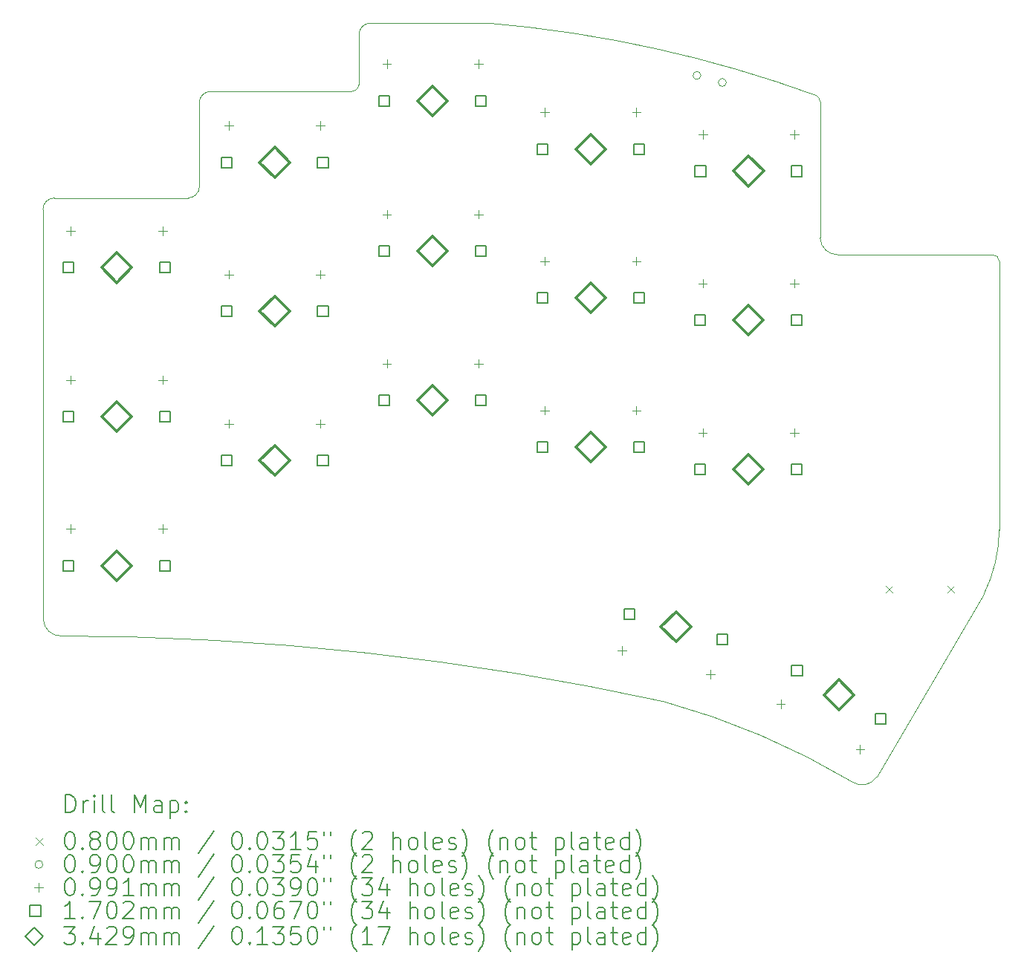
<source format=gbr>
%TF.GenerationSoftware,KiCad,Pcbnew,8.0.5*%
%TF.CreationDate,2024-09-27T20:56:13+02:00*%
%TF.ProjectId,half-swept,68616c66-2d73-4776-9570-742e6b696361,rev?*%
%TF.SameCoordinates,Original*%
%TF.FileFunction,Drillmap*%
%TF.FilePolarity,Positive*%
%FSLAX45Y45*%
G04 Gerber Fmt 4.5, Leading zero omitted, Abs format (unit mm)*
G04 Created by KiCad (PCBNEW 8.0.5) date 2024-09-27 20:56:13*
%MOMM*%
%LPD*%
G01*
G04 APERTURE LIST*
%ADD10C,0.050000*%
%ADD11C,0.200000*%
%ADD12C,0.100000*%
%ADD13C,0.170180*%
%ADD14C,0.342900*%
G04 APERTURE END LIST*
D10*
X12688500Y-4461200D02*
G75*
G02*
X12763500Y-4536200I0J-75000D01*
G01*
X1869054Y-3943149D02*
X1873025Y-8624502D01*
X10678729Y-2645689D02*
G75*
G02*
X10722200Y-2713742I-31529J-68051D01*
G01*
X8940913Y-9556195D02*
G75*
G02*
X11093800Y-10474800I-2278713J-8322605D01*
G01*
X10925700Y-4461492D02*
G75*
G02*
X10722200Y-4268400I-3500J200092D01*
G01*
X6929178Y-1820068D02*
G75*
G02*
X10678729Y-2645689I-1194733J-14352958D01*
G01*
X11367000Y-10414927D02*
G75*
G02*
X11093800Y-10474800I-166200J105127D01*
G01*
X2076800Y-8808112D02*
G75*
G02*
X8940913Y-9556195I-57803J-32395624D01*
G01*
X2076800Y-8808112D02*
G75*
G02*
X1873025Y-8624502I-5975J198251D01*
G01*
X12763500Y-4536200D02*
X12763500Y-6248400D01*
X10722200Y-4268400D02*
X10722205Y-2713742D01*
X10925700Y-4461492D02*
X12688500Y-4461200D01*
X12588830Y-8331200D02*
X11367000Y-10414927D01*
X12763500Y-7598785D02*
G75*
G02*
X12588831Y-8331200I-1677390J12995D01*
G01*
X6929178Y-1820068D02*
X5600000Y-1820614D01*
X12763500Y-6248400D02*
X12764700Y-6985000D01*
X12764700Y-6985000D02*
X12763500Y-7598785D01*
X3648941Y-2728456D02*
G75*
G02*
X3778139Y-2599491I129079J-114D01*
G01*
X5468566Y-1950454D02*
G75*
G02*
X5600000Y-1820614I129964J-116D01*
G01*
X5468715Y-2518665D02*
G75*
G02*
X5372421Y-2600385I-89005J7285D01*
G01*
X5469024Y-1950455D02*
X5468715Y-2518665D01*
X3648941Y-2728456D02*
X3650228Y-3684956D01*
X1869054Y-3943149D02*
G75*
G02*
X1998252Y-3814182I129083J-116D01*
G01*
X3650228Y-3684956D02*
G75*
G02*
X3521031Y-3813918I-129079J116D01*
G01*
X5372421Y-2600385D02*
X3778139Y-2599489D01*
X3521031Y-3813923D02*
X1998252Y-3814182D01*
D11*
D12*
X11469800Y-8235000D02*
X11549800Y-8315000D01*
X11549800Y-8235000D02*
X11469800Y-8315000D01*
X12169800Y-8235000D02*
X12249800Y-8315000D01*
X12249800Y-8235000D02*
X12169800Y-8315000D01*
X9364495Y-2416972D02*
G75*
G02*
X9274495Y-2416972I-45000J0D01*
G01*
X9274495Y-2416972D02*
G75*
G02*
X9364495Y-2416972I45000J0D01*
G01*
X9653585Y-2497143D02*
G75*
G02*
X9563585Y-2497143I-45000J0D01*
G01*
X9563585Y-2497143D02*
G75*
G02*
X9653585Y-2497143I45000J0D01*
G01*
X2186000Y-4138470D02*
X2186000Y-4237530D01*
X2136470Y-4188000D02*
X2235530Y-4188000D01*
X2186000Y-5838470D02*
X2186000Y-5937530D01*
X2136470Y-5888000D02*
X2235530Y-5888000D01*
X2186000Y-7538470D02*
X2186000Y-7637530D01*
X2136470Y-7588000D02*
X2235530Y-7588000D01*
X3230000Y-4138470D02*
X3230000Y-4237530D01*
X3180470Y-4188000D02*
X3279530Y-4188000D01*
X3230000Y-5838470D02*
X3230000Y-5937530D01*
X3180470Y-5888000D02*
X3279530Y-5888000D01*
X3230000Y-7538470D02*
X3230000Y-7637530D01*
X3180470Y-7588000D02*
X3279530Y-7588000D01*
X3986000Y-2938470D02*
X3986000Y-3037530D01*
X3936470Y-2988000D02*
X4035530Y-2988000D01*
X3986000Y-4635870D02*
X3986000Y-4734930D01*
X3936470Y-4685400D02*
X4035530Y-4685400D01*
X3986000Y-6337670D02*
X3986000Y-6436730D01*
X3936470Y-6387200D02*
X4035530Y-6387200D01*
X5030000Y-2938470D02*
X5030000Y-3037530D01*
X4980470Y-2988000D02*
X5079530Y-2988000D01*
X5030000Y-4635870D02*
X5030000Y-4734930D01*
X4980470Y-4685400D02*
X5079530Y-4685400D01*
X5030000Y-6337670D02*
X5030000Y-6436730D01*
X4980470Y-6387200D02*
X5079530Y-6387200D01*
X5786000Y-2238470D02*
X5786000Y-2337530D01*
X5736470Y-2288000D02*
X5835530Y-2288000D01*
X5786000Y-3950070D02*
X5786000Y-4049130D01*
X5736470Y-3999600D02*
X5835530Y-3999600D01*
X5786000Y-5651870D02*
X5786000Y-5750930D01*
X5736470Y-5701400D02*
X5835530Y-5701400D01*
X6830000Y-2238470D02*
X6830000Y-2337530D01*
X6780470Y-2288000D02*
X6879530Y-2288000D01*
X6830000Y-3950070D02*
X6830000Y-4049130D01*
X6780470Y-3999600D02*
X6879530Y-3999600D01*
X6830000Y-5651870D02*
X6830000Y-5750930D01*
X6780470Y-5701400D02*
X6879530Y-5701400D01*
X7586000Y-2788470D02*
X7586000Y-2887530D01*
X7536470Y-2838000D02*
X7635530Y-2838000D01*
X7586000Y-4483470D02*
X7586000Y-4582530D01*
X7536470Y-4533000D02*
X7635530Y-4533000D01*
X7586000Y-6185270D02*
X7586000Y-6284330D01*
X7536470Y-6234800D02*
X7635530Y-6234800D01*
X8466683Y-8924055D02*
X8466683Y-9023115D01*
X8417153Y-8973585D02*
X8516213Y-8973585D01*
X8630000Y-2788470D02*
X8630000Y-2887530D01*
X8580470Y-2838000D02*
X8679530Y-2838000D01*
X8630000Y-4483470D02*
X8630000Y-4582530D01*
X8580470Y-4533000D02*
X8679530Y-4533000D01*
X8630000Y-6185270D02*
X8630000Y-6284330D01*
X8580470Y-6234800D02*
X8679530Y-6234800D01*
X9384000Y-4737470D02*
X9384000Y-4836530D01*
X9334470Y-4787000D02*
X9433530Y-4787000D01*
X9384000Y-6439270D02*
X9384000Y-6538330D01*
X9334470Y-6488800D02*
X9433530Y-6488800D01*
X9386000Y-3038470D02*
X9386000Y-3137530D01*
X9336470Y-3088000D02*
X9435530Y-3088000D01*
X9475109Y-9194262D02*
X9475109Y-9293322D01*
X9425579Y-9243792D02*
X9524639Y-9243792D01*
X10273535Y-9531201D02*
X10273535Y-9630261D01*
X10224005Y-9580731D02*
X10323065Y-9580731D01*
X10428000Y-4737470D02*
X10428000Y-4836530D01*
X10378470Y-4787000D02*
X10477530Y-4787000D01*
X10428000Y-6439270D02*
X10428000Y-6538330D01*
X10378470Y-6488800D02*
X10477530Y-6488800D01*
X10430000Y-3038470D02*
X10430000Y-3137530D01*
X10380470Y-3088000D02*
X10479530Y-3088000D01*
X11177665Y-10053201D02*
X11177665Y-10152261D01*
X11128135Y-10102731D02*
X11227195Y-10102731D01*
D13*
X2218168Y-4668168D02*
X2218168Y-4547832D01*
X2097832Y-4547832D01*
X2097832Y-4668168D01*
X2218168Y-4668168D01*
X2218168Y-6368168D02*
X2218168Y-6247832D01*
X2097832Y-6247832D01*
X2097832Y-6368168D01*
X2218168Y-6368168D01*
X2218168Y-8068168D02*
X2218168Y-7947832D01*
X2097832Y-7947832D01*
X2097832Y-8068168D01*
X2218168Y-8068168D01*
X3318168Y-4668168D02*
X3318168Y-4547832D01*
X3197832Y-4547832D01*
X3197832Y-4668168D01*
X3318168Y-4668168D01*
X3318168Y-6368168D02*
X3318168Y-6247832D01*
X3197832Y-6247832D01*
X3197832Y-6368168D01*
X3318168Y-6368168D01*
X3318168Y-8068168D02*
X3318168Y-7947832D01*
X3197832Y-7947832D01*
X3197832Y-8068168D01*
X3318168Y-8068168D01*
X4018168Y-3468168D02*
X4018168Y-3347832D01*
X3897832Y-3347832D01*
X3897832Y-3468168D01*
X4018168Y-3468168D01*
X4018168Y-5165568D02*
X4018168Y-5045232D01*
X3897832Y-5045232D01*
X3897832Y-5165568D01*
X4018168Y-5165568D01*
X4018168Y-6867368D02*
X4018168Y-6747032D01*
X3897832Y-6747032D01*
X3897832Y-6867368D01*
X4018168Y-6867368D01*
X5118168Y-3468168D02*
X5118168Y-3347832D01*
X4997832Y-3347832D01*
X4997832Y-3468168D01*
X5118168Y-3468168D01*
X5118168Y-5165568D02*
X5118168Y-5045232D01*
X4997832Y-5045232D01*
X4997832Y-5165568D01*
X5118168Y-5165568D01*
X5118168Y-6867368D02*
X5118168Y-6747032D01*
X4997832Y-6747032D01*
X4997832Y-6867368D01*
X5118168Y-6867368D01*
X5818168Y-2768168D02*
X5818168Y-2647832D01*
X5697832Y-2647832D01*
X5697832Y-2768168D01*
X5818168Y-2768168D01*
X5818168Y-4479768D02*
X5818168Y-4359432D01*
X5697832Y-4359432D01*
X5697832Y-4479768D01*
X5818168Y-4479768D01*
X5818168Y-6181568D02*
X5818168Y-6061232D01*
X5697832Y-6061232D01*
X5697832Y-6181568D01*
X5818168Y-6181568D01*
X6918168Y-2768168D02*
X6918168Y-2647832D01*
X6797832Y-2647832D01*
X6797832Y-2768168D01*
X6918168Y-2768168D01*
X6918168Y-4479768D02*
X6918168Y-4359432D01*
X6797832Y-4359432D01*
X6797832Y-4479768D01*
X6918168Y-4479768D01*
X6918168Y-6181568D02*
X6918168Y-6061232D01*
X6797832Y-6061232D01*
X6797832Y-6181568D01*
X6918168Y-6181568D01*
X7618168Y-3318168D02*
X7618168Y-3197832D01*
X7497832Y-3197832D01*
X7497832Y-3318168D01*
X7618168Y-3318168D01*
X7618168Y-5013168D02*
X7618168Y-4892832D01*
X7497832Y-4892832D01*
X7497832Y-5013168D01*
X7618168Y-5013168D01*
X7618168Y-6714968D02*
X7618168Y-6594632D01*
X7497832Y-6594632D01*
X7497832Y-6714968D01*
X7618168Y-6714968D01*
X8608509Y-8620818D02*
X8608509Y-8500481D01*
X8488173Y-8500481D01*
X8488173Y-8620818D01*
X8608509Y-8620818D01*
X8718168Y-3318168D02*
X8718168Y-3197832D01*
X8597832Y-3197832D01*
X8597832Y-3318168D01*
X8718168Y-3318168D01*
X8718168Y-5013168D02*
X8718168Y-4892832D01*
X8597832Y-4892832D01*
X8597832Y-5013168D01*
X8718168Y-5013168D01*
X8718168Y-6714968D02*
X8718168Y-6594632D01*
X8597832Y-6594632D01*
X8597832Y-6714968D01*
X8718168Y-6714968D01*
X9416168Y-5267168D02*
X9416168Y-5146832D01*
X9295832Y-5146832D01*
X9295832Y-5267168D01*
X9416168Y-5267168D01*
X9416168Y-6968968D02*
X9416168Y-6848632D01*
X9295832Y-6848632D01*
X9295832Y-6968968D01*
X9416168Y-6968968D01*
X9418168Y-3568168D02*
X9418168Y-3447832D01*
X9297832Y-3447832D01*
X9297832Y-3568168D01*
X9418168Y-3568168D01*
X9671028Y-8905519D02*
X9671028Y-8785182D01*
X9550691Y-8785182D01*
X9550691Y-8905519D01*
X9671028Y-8905519D01*
X10516168Y-5267168D02*
X10516168Y-5146832D01*
X10395832Y-5146832D01*
X10395832Y-5267168D01*
X10516168Y-5267168D01*
X10516168Y-6968968D02*
X10516168Y-6848632D01*
X10395832Y-6848632D01*
X10395832Y-6968968D01*
X10516168Y-6968968D01*
X10518168Y-3568168D02*
X10518168Y-3447832D01*
X10397832Y-3447832D01*
X10397832Y-3568168D01*
X10518168Y-3568168D01*
X10519454Y-9263168D02*
X10519454Y-9142832D01*
X10399118Y-9142832D01*
X10399118Y-9263168D01*
X10519454Y-9263168D01*
X11472082Y-9813168D02*
X11472082Y-9692832D01*
X11351746Y-9692832D01*
X11351746Y-9813168D01*
X11472082Y-9813168D01*
D14*
X2708000Y-4779450D02*
X2879450Y-4608000D01*
X2708000Y-4436550D01*
X2536550Y-4608000D01*
X2708000Y-4779450D01*
X2708000Y-6479450D02*
X2879450Y-6308000D01*
X2708000Y-6136550D01*
X2536550Y-6308000D01*
X2708000Y-6479450D01*
X2708000Y-8179450D02*
X2879450Y-8008000D01*
X2708000Y-7836550D01*
X2536550Y-8008000D01*
X2708000Y-8179450D01*
X4508000Y-3579450D02*
X4679450Y-3408000D01*
X4508000Y-3236550D01*
X4336550Y-3408000D01*
X4508000Y-3579450D01*
X4508000Y-5276850D02*
X4679450Y-5105400D01*
X4508000Y-4933950D01*
X4336550Y-5105400D01*
X4508000Y-5276850D01*
X4508000Y-6978650D02*
X4679450Y-6807200D01*
X4508000Y-6635750D01*
X4336550Y-6807200D01*
X4508000Y-6978650D01*
X6308000Y-2879450D02*
X6479450Y-2708000D01*
X6308000Y-2536550D01*
X6136550Y-2708000D01*
X6308000Y-2879450D01*
X6308000Y-4591050D02*
X6479450Y-4419600D01*
X6308000Y-4248150D01*
X6136550Y-4419600D01*
X6308000Y-4591050D01*
X6308000Y-6292850D02*
X6479450Y-6121400D01*
X6308000Y-5949950D01*
X6136550Y-6121400D01*
X6308000Y-6292850D01*
X8108000Y-3429450D02*
X8279450Y-3258000D01*
X8108000Y-3086550D01*
X7936550Y-3258000D01*
X8108000Y-3429450D01*
X8108000Y-5124450D02*
X8279450Y-4953000D01*
X8108000Y-4781550D01*
X7936550Y-4953000D01*
X8108000Y-5124450D01*
X8108000Y-6826250D02*
X8279450Y-6654800D01*
X8108000Y-6483350D01*
X7936550Y-6654800D01*
X8108000Y-6826250D01*
X9079600Y-8874450D02*
X9251050Y-8703000D01*
X9079600Y-8531550D01*
X8908150Y-8703000D01*
X9079600Y-8874450D01*
X9906000Y-5378450D02*
X10077450Y-5207000D01*
X9906000Y-5035550D01*
X9734550Y-5207000D01*
X9906000Y-5378450D01*
X9906000Y-7080250D02*
X10077450Y-6908800D01*
X9906000Y-6737350D01*
X9734550Y-6908800D01*
X9906000Y-7080250D01*
X9908000Y-3679450D02*
X10079450Y-3508000D01*
X9908000Y-3336550D01*
X9736550Y-3508000D01*
X9908000Y-3679450D01*
X10935600Y-9649450D02*
X11107050Y-9478000D01*
X10935600Y-9306550D01*
X10764150Y-9478000D01*
X10935600Y-9649450D01*
D11*
X2127331Y-10820441D02*
X2127331Y-10620441D01*
X2127331Y-10620441D02*
X2174950Y-10620441D01*
X2174950Y-10620441D02*
X2203521Y-10629965D01*
X2203521Y-10629965D02*
X2222569Y-10649012D01*
X2222569Y-10649012D02*
X2232093Y-10668060D01*
X2232093Y-10668060D02*
X2241616Y-10706155D01*
X2241616Y-10706155D02*
X2241616Y-10734727D01*
X2241616Y-10734727D02*
X2232093Y-10772822D01*
X2232093Y-10772822D02*
X2222569Y-10791869D01*
X2222569Y-10791869D02*
X2203521Y-10810917D01*
X2203521Y-10810917D02*
X2174950Y-10820441D01*
X2174950Y-10820441D02*
X2127331Y-10820441D01*
X2327331Y-10820441D02*
X2327331Y-10687108D01*
X2327331Y-10725203D02*
X2336855Y-10706155D01*
X2336855Y-10706155D02*
X2346378Y-10696631D01*
X2346378Y-10696631D02*
X2365426Y-10687108D01*
X2365426Y-10687108D02*
X2384474Y-10687108D01*
X2451140Y-10820441D02*
X2451140Y-10687108D01*
X2451140Y-10620441D02*
X2441616Y-10629965D01*
X2441616Y-10629965D02*
X2451140Y-10639489D01*
X2451140Y-10639489D02*
X2460664Y-10629965D01*
X2460664Y-10629965D02*
X2451140Y-10620441D01*
X2451140Y-10620441D02*
X2451140Y-10639489D01*
X2574950Y-10820441D02*
X2555902Y-10810917D01*
X2555902Y-10810917D02*
X2546378Y-10791869D01*
X2546378Y-10791869D02*
X2546378Y-10620441D01*
X2679712Y-10820441D02*
X2660664Y-10810917D01*
X2660664Y-10810917D02*
X2651140Y-10791869D01*
X2651140Y-10791869D02*
X2651140Y-10620441D01*
X2908283Y-10820441D02*
X2908283Y-10620441D01*
X2908283Y-10620441D02*
X2974950Y-10763298D01*
X2974950Y-10763298D02*
X3041616Y-10620441D01*
X3041616Y-10620441D02*
X3041616Y-10820441D01*
X3222569Y-10820441D02*
X3222569Y-10715679D01*
X3222569Y-10715679D02*
X3213045Y-10696631D01*
X3213045Y-10696631D02*
X3193997Y-10687108D01*
X3193997Y-10687108D02*
X3155902Y-10687108D01*
X3155902Y-10687108D02*
X3136854Y-10696631D01*
X3222569Y-10810917D02*
X3203521Y-10820441D01*
X3203521Y-10820441D02*
X3155902Y-10820441D01*
X3155902Y-10820441D02*
X3136854Y-10810917D01*
X3136854Y-10810917D02*
X3127331Y-10791869D01*
X3127331Y-10791869D02*
X3127331Y-10772822D01*
X3127331Y-10772822D02*
X3136854Y-10753774D01*
X3136854Y-10753774D02*
X3155902Y-10744250D01*
X3155902Y-10744250D02*
X3203521Y-10744250D01*
X3203521Y-10744250D02*
X3222569Y-10734727D01*
X3317807Y-10687108D02*
X3317807Y-10887108D01*
X3317807Y-10696631D02*
X3336854Y-10687108D01*
X3336854Y-10687108D02*
X3374950Y-10687108D01*
X3374950Y-10687108D02*
X3393997Y-10696631D01*
X3393997Y-10696631D02*
X3403521Y-10706155D01*
X3403521Y-10706155D02*
X3413045Y-10725203D01*
X3413045Y-10725203D02*
X3413045Y-10782346D01*
X3413045Y-10782346D02*
X3403521Y-10801393D01*
X3403521Y-10801393D02*
X3393997Y-10810917D01*
X3393997Y-10810917D02*
X3374950Y-10820441D01*
X3374950Y-10820441D02*
X3336854Y-10820441D01*
X3336854Y-10820441D02*
X3317807Y-10810917D01*
X3498759Y-10801393D02*
X3508283Y-10810917D01*
X3508283Y-10810917D02*
X3498759Y-10820441D01*
X3498759Y-10820441D02*
X3489235Y-10810917D01*
X3489235Y-10810917D02*
X3498759Y-10801393D01*
X3498759Y-10801393D02*
X3498759Y-10820441D01*
X3498759Y-10696631D02*
X3508283Y-10706155D01*
X3508283Y-10706155D02*
X3498759Y-10715679D01*
X3498759Y-10715679D02*
X3489235Y-10706155D01*
X3489235Y-10706155D02*
X3498759Y-10696631D01*
X3498759Y-10696631D02*
X3498759Y-10715679D01*
D12*
X1786554Y-11108957D02*
X1866554Y-11188957D01*
X1866554Y-11108957D02*
X1786554Y-11188957D01*
D11*
X2165426Y-11040441D02*
X2184474Y-11040441D01*
X2184474Y-11040441D02*
X2203521Y-11049965D01*
X2203521Y-11049965D02*
X2213045Y-11059489D01*
X2213045Y-11059489D02*
X2222569Y-11078536D01*
X2222569Y-11078536D02*
X2232093Y-11116631D01*
X2232093Y-11116631D02*
X2232093Y-11164250D01*
X2232093Y-11164250D02*
X2222569Y-11202346D01*
X2222569Y-11202346D02*
X2213045Y-11221393D01*
X2213045Y-11221393D02*
X2203521Y-11230917D01*
X2203521Y-11230917D02*
X2184474Y-11240441D01*
X2184474Y-11240441D02*
X2165426Y-11240441D01*
X2165426Y-11240441D02*
X2146378Y-11230917D01*
X2146378Y-11230917D02*
X2136855Y-11221393D01*
X2136855Y-11221393D02*
X2127331Y-11202346D01*
X2127331Y-11202346D02*
X2117807Y-11164250D01*
X2117807Y-11164250D02*
X2117807Y-11116631D01*
X2117807Y-11116631D02*
X2127331Y-11078536D01*
X2127331Y-11078536D02*
X2136855Y-11059489D01*
X2136855Y-11059489D02*
X2146378Y-11049965D01*
X2146378Y-11049965D02*
X2165426Y-11040441D01*
X2317807Y-11221393D02*
X2327331Y-11230917D01*
X2327331Y-11230917D02*
X2317807Y-11240441D01*
X2317807Y-11240441D02*
X2308283Y-11230917D01*
X2308283Y-11230917D02*
X2317807Y-11221393D01*
X2317807Y-11221393D02*
X2317807Y-11240441D01*
X2441616Y-11126155D02*
X2422569Y-11116631D01*
X2422569Y-11116631D02*
X2413045Y-11107108D01*
X2413045Y-11107108D02*
X2403521Y-11088060D01*
X2403521Y-11088060D02*
X2403521Y-11078536D01*
X2403521Y-11078536D02*
X2413045Y-11059489D01*
X2413045Y-11059489D02*
X2422569Y-11049965D01*
X2422569Y-11049965D02*
X2441616Y-11040441D01*
X2441616Y-11040441D02*
X2479712Y-11040441D01*
X2479712Y-11040441D02*
X2498759Y-11049965D01*
X2498759Y-11049965D02*
X2508283Y-11059489D01*
X2508283Y-11059489D02*
X2517807Y-11078536D01*
X2517807Y-11078536D02*
X2517807Y-11088060D01*
X2517807Y-11088060D02*
X2508283Y-11107108D01*
X2508283Y-11107108D02*
X2498759Y-11116631D01*
X2498759Y-11116631D02*
X2479712Y-11126155D01*
X2479712Y-11126155D02*
X2441616Y-11126155D01*
X2441616Y-11126155D02*
X2422569Y-11135679D01*
X2422569Y-11135679D02*
X2413045Y-11145203D01*
X2413045Y-11145203D02*
X2403521Y-11164250D01*
X2403521Y-11164250D02*
X2403521Y-11202346D01*
X2403521Y-11202346D02*
X2413045Y-11221393D01*
X2413045Y-11221393D02*
X2422569Y-11230917D01*
X2422569Y-11230917D02*
X2441616Y-11240441D01*
X2441616Y-11240441D02*
X2479712Y-11240441D01*
X2479712Y-11240441D02*
X2498759Y-11230917D01*
X2498759Y-11230917D02*
X2508283Y-11221393D01*
X2508283Y-11221393D02*
X2517807Y-11202346D01*
X2517807Y-11202346D02*
X2517807Y-11164250D01*
X2517807Y-11164250D02*
X2508283Y-11145203D01*
X2508283Y-11145203D02*
X2498759Y-11135679D01*
X2498759Y-11135679D02*
X2479712Y-11126155D01*
X2641616Y-11040441D02*
X2660664Y-11040441D01*
X2660664Y-11040441D02*
X2679712Y-11049965D01*
X2679712Y-11049965D02*
X2689236Y-11059489D01*
X2689236Y-11059489D02*
X2698759Y-11078536D01*
X2698759Y-11078536D02*
X2708283Y-11116631D01*
X2708283Y-11116631D02*
X2708283Y-11164250D01*
X2708283Y-11164250D02*
X2698759Y-11202346D01*
X2698759Y-11202346D02*
X2689236Y-11221393D01*
X2689236Y-11221393D02*
X2679712Y-11230917D01*
X2679712Y-11230917D02*
X2660664Y-11240441D01*
X2660664Y-11240441D02*
X2641616Y-11240441D01*
X2641616Y-11240441D02*
X2622569Y-11230917D01*
X2622569Y-11230917D02*
X2613045Y-11221393D01*
X2613045Y-11221393D02*
X2603521Y-11202346D01*
X2603521Y-11202346D02*
X2593997Y-11164250D01*
X2593997Y-11164250D02*
X2593997Y-11116631D01*
X2593997Y-11116631D02*
X2603521Y-11078536D01*
X2603521Y-11078536D02*
X2613045Y-11059489D01*
X2613045Y-11059489D02*
X2622569Y-11049965D01*
X2622569Y-11049965D02*
X2641616Y-11040441D01*
X2832093Y-11040441D02*
X2851140Y-11040441D01*
X2851140Y-11040441D02*
X2870188Y-11049965D01*
X2870188Y-11049965D02*
X2879712Y-11059489D01*
X2879712Y-11059489D02*
X2889235Y-11078536D01*
X2889235Y-11078536D02*
X2898759Y-11116631D01*
X2898759Y-11116631D02*
X2898759Y-11164250D01*
X2898759Y-11164250D02*
X2889235Y-11202346D01*
X2889235Y-11202346D02*
X2879712Y-11221393D01*
X2879712Y-11221393D02*
X2870188Y-11230917D01*
X2870188Y-11230917D02*
X2851140Y-11240441D01*
X2851140Y-11240441D02*
X2832093Y-11240441D01*
X2832093Y-11240441D02*
X2813045Y-11230917D01*
X2813045Y-11230917D02*
X2803521Y-11221393D01*
X2803521Y-11221393D02*
X2793997Y-11202346D01*
X2793997Y-11202346D02*
X2784474Y-11164250D01*
X2784474Y-11164250D02*
X2784474Y-11116631D01*
X2784474Y-11116631D02*
X2793997Y-11078536D01*
X2793997Y-11078536D02*
X2803521Y-11059489D01*
X2803521Y-11059489D02*
X2813045Y-11049965D01*
X2813045Y-11049965D02*
X2832093Y-11040441D01*
X2984474Y-11240441D02*
X2984474Y-11107108D01*
X2984474Y-11126155D02*
X2993997Y-11116631D01*
X2993997Y-11116631D02*
X3013045Y-11107108D01*
X3013045Y-11107108D02*
X3041616Y-11107108D01*
X3041616Y-11107108D02*
X3060664Y-11116631D01*
X3060664Y-11116631D02*
X3070188Y-11135679D01*
X3070188Y-11135679D02*
X3070188Y-11240441D01*
X3070188Y-11135679D02*
X3079712Y-11116631D01*
X3079712Y-11116631D02*
X3098759Y-11107108D01*
X3098759Y-11107108D02*
X3127331Y-11107108D01*
X3127331Y-11107108D02*
X3146378Y-11116631D01*
X3146378Y-11116631D02*
X3155902Y-11135679D01*
X3155902Y-11135679D02*
X3155902Y-11240441D01*
X3251140Y-11240441D02*
X3251140Y-11107108D01*
X3251140Y-11126155D02*
X3260664Y-11116631D01*
X3260664Y-11116631D02*
X3279712Y-11107108D01*
X3279712Y-11107108D02*
X3308283Y-11107108D01*
X3308283Y-11107108D02*
X3327331Y-11116631D01*
X3327331Y-11116631D02*
X3336855Y-11135679D01*
X3336855Y-11135679D02*
X3336855Y-11240441D01*
X3336855Y-11135679D02*
X3346378Y-11116631D01*
X3346378Y-11116631D02*
X3365426Y-11107108D01*
X3365426Y-11107108D02*
X3393997Y-11107108D01*
X3393997Y-11107108D02*
X3413045Y-11116631D01*
X3413045Y-11116631D02*
X3422569Y-11135679D01*
X3422569Y-11135679D02*
X3422569Y-11240441D01*
X3813045Y-11030917D02*
X3641617Y-11288060D01*
X4070188Y-11040441D02*
X4089236Y-11040441D01*
X4089236Y-11040441D02*
X4108283Y-11049965D01*
X4108283Y-11049965D02*
X4117807Y-11059489D01*
X4117807Y-11059489D02*
X4127331Y-11078536D01*
X4127331Y-11078536D02*
X4136855Y-11116631D01*
X4136855Y-11116631D02*
X4136855Y-11164250D01*
X4136855Y-11164250D02*
X4127331Y-11202346D01*
X4127331Y-11202346D02*
X4117807Y-11221393D01*
X4117807Y-11221393D02*
X4108283Y-11230917D01*
X4108283Y-11230917D02*
X4089236Y-11240441D01*
X4089236Y-11240441D02*
X4070188Y-11240441D01*
X4070188Y-11240441D02*
X4051140Y-11230917D01*
X4051140Y-11230917D02*
X4041617Y-11221393D01*
X4041617Y-11221393D02*
X4032093Y-11202346D01*
X4032093Y-11202346D02*
X4022569Y-11164250D01*
X4022569Y-11164250D02*
X4022569Y-11116631D01*
X4022569Y-11116631D02*
X4032093Y-11078536D01*
X4032093Y-11078536D02*
X4041617Y-11059489D01*
X4041617Y-11059489D02*
X4051140Y-11049965D01*
X4051140Y-11049965D02*
X4070188Y-11040441D01*
X4222569Y-11221393D02*
X4232093Y-11230917D01*
X4232093Y-11230917D02*
X4222569Y-11240441D01*
X4222569Y-11240441D02*
X4213045Y-11230917D01*
X4213045Y-11230917D02*
X4222569Y-11221393D01*
X4222569Y-11221393D02*
X4222569Y-11240441D01*
X4355902Y-11040441D02*
X4374950Y-11040441D01*
X4374950Y-11040441D02*
X4393998Y-11049965D01*
X4393998Y-11049965D02*
X4403521Y-11059489D01*
X4403521Y-11059489D02*
X4413045Y-11078536D01*
X4413045Y-11078536D02*
X4422569Y-11116631D01*
X4422569Y-11116631D02*
X4422569Y-11164250D01*
X4422569Y-11164250D02*
X4413045Y-11202346D01*
X4413045Y-11202346D02*
X4403521Y-11221393D01*
X4403521Y-11221393D02*
X4393998Y-11230917D01*
X4393998Y-11230917D02*
X4374950Y-11240441D01*
X4374950Y-11240441D02*
X4355902Y-11240441D01*
X4355902Y-11240441D02*
X4336855Y-11230917D01*
X4336855Y-11230917D02*
X4327331Y-11221393D01*
X4327331Y-11221393D02*
X4317807Y-11202346D01*
X4317807Y-11202346D02*
X4308283Y-11164250D01*
X4308283Y-11164250D02*
X4308283Y-11116631D01*
X4308283Y-11116631D02*
X4317807Y-11078536D01*
X4317807Y-11078536D02*
X4327331Y-11059489D01*
X4327331Y-11059489D02*
X4336855Y-11049965D01*
X4336855Y-11049965D02*
X4355902Y-11040441D01*
X4489236Y-11040441D02*
X4613045Y-11040441D01*
X4613045Y-11040441D02*
X4546379Y-11116631D01*
X4546379Y-11116631D02*
X4574950Y-11116631D01*
X4574950Y-11116631D02*
X4593998Y-11126155D01*
X4593998Y-11126155D02*
X4603521Y-11135679D01*
X4603521Y-11135679D02*
X4613045Y-11154727D01*
X4613045Y-11154727D02*
X4613045Y-11202346D01*
X4613045Y-11202346D02*
X4603521Y-11221393D01*
X4603521Y-11221393D02*
X4593998Y-11230917D01*
X4593998Y-11230917D02*
X4574950Y-11240441D01*
X4574950Y-11240441D02*
X4517807Y-11240441D01*
X4517807Y-11240441D02*
X4498760Y-11230917D01*
X4498760Y-11230917D02*
X4489236Y-11221393D01*
X4803521Y-11240441D02*
X4689236Y-11240441D01*
X4746379Y-11240441D02*
X4746379Y-11040441D01*
X4746379Y-11040441D02*
X4727331Y-11069012D01*
X4727331Y-11069012D02*
X4708283Y-11088060D01*
X4708283Y-11088060D02*
X4689236Y-11097584D01*
X4984474Y-11040441D02*
X4889236Y-11040441D01*
X4889236Y-11040441D02*
X4879712Y-11135679D01*
X4879712Y-11135679D02*
X4889236Y-11126155D01*
X4889236Y-11126155D02*
X4908283Y-11116631D01*
X4908283Y-11116631D02*
X4955902Y-11116631D01*
X4955902Y-11116631D02*
X4974950Y-11126155D01*
X4974950Y-11126155D02*
X4984474Y-11135679D01*
X4984474Y-11135679D02*
X4993998Y-11154727D01*
X4993998Y-11154727D02*
X4993998Y-11202346D01*
X4993998Y-11202346D02*
X4984474Y-11221393D01*
X4984474Y-11221393D02*
X4974950Y-11230917D01*
X4974950Y-11230917D02*
X4955902Y-11240441D01*
X4955902Y-11240441D02*
X4908283Y-11240441D01*
X4908283Y-11240441D02*
X4889236Y-11230917D01*
X4889236Y-11230917D02*
X4879712Y-11221393D01*
X5070188Y-11040441D02*
X5070188Y-11078536D01*
X5146379Y-11040441D02*
X5146379Y-11078536D01*
X5441617Y-11316631D02*
X5432093Y-11307107D01*
X5432093Y-11307107D02*
X5413045Y-11278536D01*
X5413045Y-11278536D02*
X5403522Y-11259488D01*
X5403522Y-11259488D02*
X5393998Y-11230917D01*
X5393998Y-11230917D02*
X5384474Y-11183298D01*
X5384474Y-11183298D02*
X5384474Y-11145203D01*
X5384474Y-11145203D02*
X5393998Y-11097584D01*
X5393998Y-11097584D02*
X5403522Y-11069012D01*
X5403522Y-11069012D02*
X5413045Y-11049965D01*
X5413045Y-11049965D02*
X5432093Y-11021393D01*
X5432093Y-11021393D02*
X5441617Y-11011869D01*
X5508283Y-11059489D02*
X5517807Y-11049965D01*
X5517807Y-11049965D02*
X5536855Y-11040441D01*
X5536855Y-11040441D02*
X5584474Y-11040441D01*
X5584474Y-11040441D02*
X5603521Y-11049965D01*
X5603521Y-11049965D02*
X5613045Y-11059489D01*
X5613045Y-11059489D02*
X5622569Y-11078536D01*
X5622569Y-11078536D02*
X5622569Y-11097584D01*
X5622569Y-11097584D02*
X5613045Y-11126155D01*
X5613045Y-11126155D02*
X5498760Y-11240441D01*
X5498760Y-11240441D02*
X5622569Y-11240441D01*
X5860664Y-11240441D02*
X5860664Y-11040441D01*
X5946379Y-11240441D02*
X5946379Y-11135679D01*
X5946379Y-11135679D02*
X5936855Y-11116631D01*
X5936855Y-11116631D02*
X5917807Y-11107108D01*
X5917807Y-11107108D02*
X5889236Y-11107108D01*
X5889236Y-11107108D02*
X5870188Y-11116631D01*
X5870188Y-11116631D02*
X5860664Y-11126155D01*
X6070188Y-11240441D02*
X6051141Y-11230917D01*
X6051141Y-11230917D02*
X6041617Y-11221393D01*
X6041617Y-11221393D02*
X6032093Y-11202346D01*
X6032093Y-11202346D02*
X6032093Y-11145203D01*
X6032093Y-11145203D02*
X6041617Y-11126155D01*
X6041617Y-11126155D02*
X6051141Y-11116631D01*
X6051141Y-11116631D02*
X6070188Y-11107108D01*
X6070188Y-11107108D02*
X6098760Y-11107108D01*
X6098760Y-11107108D02*
X6117807Y-11116631D01*
X6117807Y-11116631D02*
X6127331Y-11126155D01*
X6127331Y-11126155D02*
X6136855Y-11145203D01*
X6136855Y-11145203D02*
X6136855Y-11202346D01*
X6136855Y-11202346D02*
X6127331Y-11221393D01*
X6127331Y-11221393D02*
X6117807Y-11230917D01*
X6117807Y-11230917D02*
X6098760Y-11240441D01*
X6098760Y-11240441D02*
X6070188Y-11240441D01*
X6251141Y-11240441D02*
X6232093Y-11230917D01*
X6232093Y-11230917D02*
X6222569Y-11211869D01*
X6222569Y-11211869D02*
X6222569Y-11040441D01*
X6403522Y-11230917D02*
X6384474Y-11240441D01*
X6384474Y-11240441D02*
X6346379Y-11240441D01*
X6346379Y-11240441D02*
X6327331Y-11230917D01*
X6327331Y-11230917D02*
X6317807Y-11211869D01*
X6317807Y-11211869D02*
X6317807Y-11135679D01*
X6317807Y-11135679D02*
X6327331Y-11116631D01*
X6327331Y-11116631D02*
X6346379Y-11107108D01*
X6346379Y-11107108D02*
X6384474Y-11107108D01*
X6384474Y-11107108D02*
X6403522Y-11116631D01*
X6403522Y-11116631D02*
X6413045Y-11135679D01*
X6413045Y-11135679D02*
X6413045Y-11154727D01*
X6413045Y-11154727D02*
X6317807Y-11173774D01*
X6489236Y-11230917D02*
X6508283Y-11240441D01*
X6508283Y-11240441D02*
X6546379Y-11240441D01*
X6546379Y-11240441D02*
X6565426Y-11230917D01*
X6565426Y-11230917D02*
X6574950Y-11211869D01*
X6574950Y-11211869D02*
X6574950Y-11202346D01*
X6574950Y-11202346D02*
X6565426Y-11183298D01*
X6565426Y-11183298D02*
X6546379Y-11173774D01*
X6546379Y-11173774D02*
X6517807Y-11173774D01*
X6517807Y-11173774D02*
X6498760Y-11164250D01*
X6498760Y-11164250D02*
X6489236Y-11145203D01*
X6489236Y-11145203D02*
X6489236Y-11135679D01*
X6489236Y-11135679D02*
X6498760Y-11116631D01*
X6498760Y-11116631D02*
X6517807Y-11107108D01*
X6517807Y-11107108D02*
X6546379Y-11107108D01*
X6546379Y-11107108D02*
X6565426Y-11116631D01*
X6641617Y-11316631D02*
X6651141Y-11307107D01*
X6651141Y-11307107D02*
X6670188Y-11278536D01*
X6670188Y-11278536D02*
X6679712Y-11259488D01*
X6679712Y-11259488D02*
X6689236Y-11230917D01*
X6689236Y-11230917D02*
X6698760Y-11183298D01*
X6698760Y-11183298D02*
X6698760Y-11145203D01*
X6698760Y-11145203D02*
X6689236Y-11097584D01*
X6689236Y-11097584D02*
X6679712Y-11069012D01*
X6679712Y-11069012D02*
X6670188Y-11049965D01*
X6670188Y-11049965D02*
X6651141Y-11021393D01*
X6651141Y-11021393D02*
X6641617Y-11011869D01*
X7003522Y-11316631D02*
X6993998Y-11307107D01*
X6993998Y-11307107D02*
X6974950Y-11278536D01*
X6974950Y-11278536D02*
X6965426Y-11259488D01*
X6965426Y-11259488D02*
X6955903Y-11230917D01*
X6955903Y-11230917D02*
X6946379Y-11183298D01*
X6946379Y-11183298D02*
X6946379Y-11145203D01*
X6946379Y-11145203D02*
X6955903Y-11097584D01*
X6955903Y-11097584D02*
X6965426Y-11069012D01*
X6965426Y-11069012D02*
X6974950Y-11049965D01*
X6974950Y-11049965D02*
X6993998Y-11021393D01*
X6993998Y-11021393D02*
X7003522Y-11011869D01*
X7079712Y-11107108D02*
X7079712Y-11240441D01*
X7079712Y-11126155D02*
X7089236Y-11116631D01*
X7089236Y-11116631D02*
X7108283Y-11107108D01*
X7108283Y-11107108D02*
X7136855Y-11107108D01*
X7136855Y-11107108D02*
X7155903Y-11116631D01*
X7155903Y-11116631D02*
X7165426Y-11135679D01*
X7165426Y-11135679D02*
X7165426Y-11240441D01*
X7289236Y-11240441D02*
X7270188Y-11230917D01*
X7270188Y-11230917D02*
X7260664Y-11221393D01*
X7260664Y-11221393D02*
X7251141Y-11202346D01*
X7251141Y-11202346D02*
X7251141Y-11145203D01*
X7251141Y-11145203D02*
X7260664Y-11126155D01*
X7260664Y-11126155D02*
X7270188Y-11116631D01*
X7270188Y-11116631D02*
X7289236Y-11107108D01*
X7289236Y-11107108D02*
X7317807Y-11107108D01*
X7317807Y-11107108D02*
X7336855Y-11116631D01*
X7336855Y-11116631D02*
X7346379Y-11126155D01*
X7346379Y-11126155D02*
X7355903Y-11145203D01*
X7355903Y-11145203D02*
X7355903Y-11202346D01*
X7355903Y-11202346D02*
X7346379Y-11221393D01*
X7346379Y-11221393D02*
X7336855Y-11230917D01*
X7336855Y-11230917D02*
X7317807Y-11240441D01*
X7317807Y-11240441D02*
X7289236Y-11240441D01*
X7413045Y-11107108D02*
X7489236Y-11107108D01*
X7441617Y-11040441D02*
X7441617Y-11211869D01*
X7441617Y-11211869D02*
X7451141Y-11230917D01*
X7451141Y-11230917D02*
X7470188Y-11240441D01*
X7470188Y-11240441D02*
X7489236Y-11240441D01*
X7708284Y-11107108D02*
X7708284Y-11307107D01*
X7708284Y-11116631D02*
X7727331Y-11107108D01*
X7727331Y-11107108D02*
X7765426Y-11107108D01*
X7765426Y-11107108D02*
X7784474Y-11116631D01*
X7784474Y-11116631D02*
X7793998Y-11126155D01*
X7793998Y-11126155D02*
X7803522Y-11145203D01*
X7803522Y-11145203D02*
X7803522Y-11202346D01*
X7803522Y-11202346D02*
X7793998Y-11221393D01*
X7793998Y-11221393D02*
X7784474Y-11230917D01*
X7784474Y-11230917D02*
X7765426Y-11240441D01*
X7765426Y-11240441D02*
X7727331Y-11240441D01*
X7727331Y-11240441D02*
X7708284Y-11230917D01*
X7917807Y-11240441D02*
X7898760Y-11230917D01*
X7898760Y-11230917D02*
X7889236Y-11211869D01*
X7889236Y-11211869D02*
X7889236Y-11040441D01*
X8079712Y-11240441D02*
X8079712Y-11135679D01*
X8079712Y-11135679D02*
X8070188Y-11116631D01*
X8070188Y-11116631D02*
X8051141Y-11107108D01*
X8051141Y-11107108D02*
X8013045Y-11107108D01*
X8013045Y-11107108D02*
X7993998Y-11116631D01*
X8079712Y-11230917D02*
X8060665Y-11240441D01*
X8060665Y-11240441D02*
X8013045Y-11240441D01*
X8013045Y-11240441D02*
X7993998Y-11230917D01*
X7993998Y-11230917D02*
X7984474Y-11211869D01*
X7984474Y-11211869D02*
X7984474Y-11192822D01*
X7984474Y-11192822D02*
X7993998Y-11173774D01*
X7993998Y-11173774D02*
X8013045Y-11164250D01*
X8013045Y-11164250D02*
X8060665Y-11164250D01*
X8060665Y-11164250D02*
X8079712Y-11154727D01*
X8146379Y-11107108D02*
X8222569Y-11107108D01*
X8174950Y-11040441D02*
X8174950Y-11211869D01*
X8174950Y-11211869D02*
X8184474Y-11230917D01*
X8184474Y-11230917D02*
X8203522Y-11240441D01*
X8203522Y-11240441D02*
X8222569Y-11240441D01*
X8365426Y-11230917D02*
X8346379Y-11240441D01*
X8346379Y-11240441D02*
X8308284Y-11240441D01*
X8308284Y-11240441D02*
X8289236Y-11230917D01*
X8289236Y-11230917D02*
X8279712Y-11211869D01*
X8279712Y-11211869D02*
X8279712Y-11135679D01*
X8279712Y-11135679D02*
X8289236Y-11116631D01*
X8289236Y-11116631D02*
X8308284Y-11107108D01*
X8308284Y-11107108D02*
X8346379Y-11107108D01*
X8346379Y-11107108D02*
X8365426Y-11116631D01*
X8365426Y-11116631D02*
X8374950Y-11135679D01*
X8374950Y-11135679D02*
X8374950Y-11154727D01*
X8374950Y-11154727D02*
X8279712Y-11173774D01*
X8546379Y-11240441D02*
X8546379Y-11040441D01*
X8546379Y-11230917D02*
X8527331Y-11240441D01*
X8527331Y-11240441D02*
X8489236Y-11240441D01*
X8489236Y-11240441D02*
X8470188Y-11230917D01*
X8470188Y-11230917D02*
X8460665Y-11221393D01*
X8460665Y-11221393D02*
X8451141Y-11202346D01*
X8451141Y-11202346D02*
X8451141Y-11145203D01*
X8451141Y-11145203D02*
X8460665Y-11126155D01*
X8460665Y-11126155D02*
X8470188Y-11116631D01*
X8470188Y-11116631D02*
X8489236Y-11107108D01*
X8489236Y-11107108D02*
X8527331Y-11107108D01*
X8527331Y-11107108D02*
X8546379Y-11116631D01*
X8622569Y-11316631D02*
X8632093Y-11307107D01*
X8632093Y-11307107D02*
X8651141Y-11278536D01*
X8651141Y-11278536D02*
X8660665Y-11259488D01*
X8660665Y-11259488D02*
X8670188Y-11230917D01*
X8670188Y-11230917D02*
X8679712Y-11183298D01*
X8679712Y-11183298D02*
X8679712Y-11145203D01*
X8679712Y-11145203D02*
X8670188Y-11097584D01*
X8670188Y-11097584D02*
X8660665Y-11069012D01*
X8660665Y-11069012D02*
X8651141Y-11049965D01*
X8651141Y-11049965D02*
X8632093Y-11021393D01*
X8632093Y-11021393D02*
X8622569Y-11011869D01*
D12*
X1866554Y-11412957D02*
G75*
G02*
X1776554Y-11412957I-45000J0D01*
G01*
X1776554Y-11412957D02*
G75*
G02*
X1866554Y-11412957I45000J0D01*
G01*
D11*
X2165426Y-11304441D02*
X2184474Y-11304441D01*
X2184474Y-11304441D02*
X2203521Y-11313965D01*
X2203521Y-11313965D02*
X2213045Y-11323488D01*
X2213045Y-11323488D02*
X2222569Y-11342536D01*
X2222569Y-11342536D02*
X2232093Y-11380631D01*
X2232093Y-11380631D02*
X2232093Y-11428250D01*
X2232093Y-11428250D02*
X2222569Y-11466346D01*
X2222569Y-11466346D02*
X2213045Y-11485393D01*
X2213045Y-11485393D02*
X2203521Y-11494917D01*
X2203521Y-11494917D02*
X2184474Y-11504441D01*
X2184474Y-11504441D02*
X2165426Y-11504441D01*
X2165426Y-11504441D02*
X2146378Y-11494917D01*
X2146378Y-11494917D02*
X2136855Y-11485393D01*
X2136855Y-11485393D02*
X2127331Y-11466346D01*
X2127331Y-11466346D02*
X2117807Y-11428250D01*
X2117807Y-11428250D02*
X2117807Y-11380631D01*
X2117807Y-11380631D02*
X2127331Y-11342536D01*
X2127331Y-11342536D02*
X2136855Y-11323488D01*
X2136855Y-11323488D02*
X2146378Y-11313965D01*
X2146378Y-11313965D02*
X2165426Y-11304441D01*
X2317807Y-11485393D02*
X2327331Y-11494917D01*
X2327331Y-11494917D02*
X2317807Y-11504441D01*
X2317807Y-11504441D02*
X2308283Y-11494917D01*
X2308283Y-11494917D02*
X2317807Y-11485393D01*
X2317807Y-11485393D02*
X2317807Y-11504441D01*
X2422569Y-11504441D02*
X2460664Y-11504441D01*
X2460664Y-11504441D02*
X2479712Y-11494917D01*
X2479712Y-11494917D02*
X2489236Y-11485393D01*
X2489236Y-11485393D02*
X2508283Y-11456822D01*
X2508283Y-11456822D02*
X2517807Y-11418727D01*
X2517807Y-11418727D02*
X2517807Y-11342536D01*
X2517807Y-11342536D02*
X2508283Y-11323488D01*
X2508283Y-11323488D02*
X2498759Y-11313965D01*
X2498759Y-11313965D02*
X2479712Y-11304441D01*
X2479712Y-11304441D02*
X2441616Y-11304441D01*
X2441616Y-11304441D02*
X2422569Y-11313965D01*
X2422569Y-11313965D02*
X2413045Y-11323488D01*
X2413045Y-11323488D02*
X2403521Y-11342536D01*
X2403521Y-11342536D02*
X2403521Y-11390155D01*
X2403521Y-11390155D02*
X2413045Y-11409203D01*
X2413045Y-11409203D02*
X2422569Y-11418727D01*
X2422569Y-11418727D02*
X2441616Y-11428250D01*
X2441616Y-11428250D02*
X2479712Y-11428250D01*
X2479712Y-11428250D02*
X2498759Y-11418727D01*
X2498759Y-11418727D02*
X2508283Y-11409203D01*
X2508283Y-11409203D02*
X2517807Y-11390155D01*
X2641616Y-11304441D02*
X2660664Y-11304441D01*
X2660664Y-11304441D02*
X2679712Y-11313965D01*
X2679712Y-11313965D02*
X2689236Y-11323488D01*
X2689236Y-11323488D02*
X2698759Y-11342536D01*
X2698759Y-11342536D02*
X2708283Y-11380631D01*
X2708283Y-11380631D02*
X2708283Y-11428250D01*
X2708283Y-11428250D02*
X2698759Y-11466346D01*
X2698759Y-11466346D02*
X2689236Y-11485393D01*
X2689236Y-11485393D02*
X2679712Y-11494917D01*
X2679712Y-11494917D02*
X2660664Y-11504441D01*
X2660664Y-11504441D02*
X2641616Y-11504441D01*
X2641616Y-11504441D02*
X2622569Y-11494917D01*
X2622569Y-11494917D02*
X2613045Y-11485393D01*
X2613045Y-11485393D02*
X2603521Y-11466346D01*
X2603521Y-11466346D02*
X2593997Y-11428250D01*
X2593997Y-11428250D02*
X2593997Y-11380631D01*
X2593997Y-11380631D02*
X2603521Y-11342536D01*
X2603521Y-11342536D02*
X2613045Y-11323488D01*
X2613045Y-11323488D02*
X2622569Y-11313965D01*
X2622569Y-11313965D02*
X2641616Y-11304441D01*
X2832093Y-11304441D02*
X2851140Y-11304441D01*
X2851140Y-11304441D02*
X2870188Y-11313965D01*
X2870188Y-11313965D02*
X2879712Y-11323488D01*
X2879712Y-11323488D02*
X2889235Y-11342536D01*
X2889235Y-11342536D02*
X2898759Y-11380631D01*
X2898759Y-11380631D02*
X2898759Y-11428250D01*
X2898759Y-11428250D02*
X2889235Y-11466346D01*
X2889235Y-11466346D02*
X2879712Y-11485393D01*
X2879712Y-11485393D02*
X2870188Y-11494917D01*
X2870188Y-11494917D02*
X2851140Y-11504441D01*
X2851140Y-11504441D02*
X2832093Y-11504441D01*
X2832093Y-11504441D02*
X2813045Y-11494917D01*
X2813045Y-11494917D02*
X2803521Y-11485393D01*
X2803521Y-11485393D02*
X2793997Y-11466346D01*
X2793997Y-11466346D02*
X2784474Y-11428250D01*
X2784474Y-11428250D02*
X2784474Y-11380631D01*
X2784474Y-11380631D02*
X2793997Y-11342536D01*
X2793997Y-11342536D02*
X2803521Y-11323488D01*
X2803521Y-11323488D02*
X2813045Y-11313965D01*
X2813045Y-11313965D02*
X2832093Y-11304441D01*
X2984474Y-11504441D02*
X2984474Y-11371107D01*
X2984474Y-11390155D02*
X2993997Y-11380631D01*
X2993997Y-11380631D02*
X3013045Y-11371107D01*
X3013045Y-11371107D02*
X3041616Y-11371107D01*
X3041616Y-11371107D02*
X3060664Y-11380631D01*
X3060664Y-11380631D02*
X3070188Y-11399679D01*
X3070188Y-11399679D02*
X3070188Y-11504441D01*
X3070188Y-11399679D02*
X3079712Y-11380631D01*
X3079712Y-11380631D02*
X3098759Y-11371107D01*
X3098759Y-11371107D02*
X3127331Y-11371107D01*
X3127331Y-11371107D02*
X3146378Y-11380631D01*
X3146378Y-11380631D02*
X3155902Y-11399679D01*
X3155902Y-11399679D02*
X3155902Y-11504441D01*
X3251140Y-11504441D02*
X3251140Y-11371107D01*
X3251140Y-11390155D02*
X3260664Y-11380631D01*
X3260664Y-11380631D02*
X3279712Y-11371107D01*
X3279712Y-11371107D02*
X3308283Y-11371107D01*
X3308283Y-11371107D02*
X3327331Y-11380631D01*
X3327331Y-11380631D02*
X3336855Y-11399679D01*
X3336855Y-11399679D02*
X3336855Y-11504441D01*
X3336855Y-11399679D02*
X3346378Y-11380631D01*
X3346378Y-11380631D02*
X3365426Y-11371107D01*
X3365426Y-11371107D02*
X3393997Y-11371107D01*
X3393997Y-11371107D02*
X3413045Y-11380631D01*
X3413045Y-11380631D02*
X3422569Y-11399679D01*
X3422569Y-11399679D02*
X3422569Y-11504441D01*
X3813045Y-11294917D02*
X3641617Y-11552060D01*
X4070188Y-11304441D02*
X4089236Y-11304441D01*
X4089236Y-11304441D02*
X4108283Y-11313965D01*
X4108283Y-11313965D02*
X4117807Y-11323488D01*
X4117807Y-11323488D02*
X4127331Y-11342536D01*
X4127331Y-11342536D02*
X4136855Y-11380631D01*
X4136855Y-11380631D02*
X4136855Y-11428250D01*
X4136855Y-11428250D02*
X4127331Y-11466346D01*
X4127331Y-11466346D02*
X4117807Y-11485393D01*
X4117807Y-11485393D02*
X4108283Y-11494917D01*
X4108283Y-11494917D02*
X4089236Y-11504441D01*
X4089236Y-11504441D02*
X4070188Y-11504441D01*
X4070188Y-11504441D02*
X4051140Y-11494917D01*
X4051140Y-11494917D02*
X4041617Y-11485393D01*
X4041617Y-11485393D02*
X4032093Y-11466346D01*
X4032093Y-11466346D02*
X4022569Y-11428250D01*
X4022569Y-11428250D02*
X4022569Y-11380631D01*
X4022569Y-11380631D02*
X4032093Y-11342536D01*
X4032093Y-11342536D02*
X4041617Y-11323488D01*
X4041617Y-11323488D02*
X4051140Y-11313965D01*
X4051140Y-11313965D02*
X4070188Y-11304441D01*
X4222569Y-11485393D02*
X4232093Y-11494917D01*
X4232093Y-11494917D02*
X4222569Y-11504441D01*
X4222569Y-11504441D02*
X4213045Y-11494917D01*
X4213045Y-11494917D02*
X4222569Y-11485393D01*
X4222569Y-11485393D02*
X4222569Y-11504441D01*
X4355902Y-11304441D02*
X4374950Y-11304441D01*
X4374950Y-11304441D02*
X4393998Y-11313965D01*
X4393998Y-11313965D02*
X4403521Y-11323488D01*
X4403521Y-11323488D02*
X4413045Y-11342536D01*
X4413045Y-11342536D02*
X4422569Y-11380631D01*
X4422569Y-11380631D02*
X4422569Y-11428250D01*
X4422569Y-11428250D02*
X4413045Y-11466346D01*
X4413045Y-11466346D02*
X4403521Y-11485393D01*
X4403521Y-11485393D02*
X4393998Y-11494917D01*
X4393998Y-11494917D02*
X4374950Y-11504441D01*
X4374950Y-11504441D02*
X4355902Y-11504441D01*
X4355902Y-11504441D02*
X4336855Y-11494917D01*
X4336855Y-11494917D02*
X4327331Y-11485393D01*
X4327331Y-11485393D02*
X4317807Y-11466346D01*
X4317807Y-11466346D02*
X4308283Y-11428250D01*
X4308283Y-11428250D02*
X4308283Y-11380631D01*
X4308283Y-11380631D02*
X4317807Y-11342536D01*
X4317807Y-11342536D02*
X4327331Y-11323488D01*
X4327331Y-11323488D02*
X4336855Y-11313965D01*
X4336855Y-11313965D02*
X4355902Y-11304441D01*
X4489236Y-11304441D02*
X4613045Y-11304441D01*
X4613045Y-11304441D02*
X4546379Y-11380631D01*
X4546379Y-11380631D02*
X4574950Y-11380631D01*
X4574950Y-11380631D02*
X4593998Y-11390155D01*
X4593998Y-11390155D02*
X4603521Y-11399679D01*
X4603521Y-11399679D02*
X4613045Y-11418727D01*
X4613045Y-11418727D02*
X4613045Y-11466346D01*
X4613045Y-11466346D02*
X4603521Y-11485393D01*
X4603521Y-11485393D02*
X4593998Y-11494917D01*
X4593998Y-11494917D02*
X4574950Y-11504441D01*
X4574950Y-11504441D02*
X4517807Y-11504441D01*
X4517807Y-11504441D02*
X4498760Y-11494917D01*
X4498760Y-11494917D02*
X4489236Y-11485393D01*
X4793998Y-11304441D02*
X4698760Y-11304441D01*
X4698760Y-11304441D02*
X4689236Y-11399679D01*
X4689236Y-11399679D02*
X4698760Y-11390155D01*
X4698760Y-11390155D02*
X4717807Y-11380631D01*
X4717807Y-11380631D02*
X4765426Y-11380631D01*
X4765426Y-11380631D02*
X4784474Y-11390155D01*
X4784474Y-11390155D02*
X4793998Y-11399679D01*
X4793998Y-11399679D02*
X4803521Y-11418727D01*
X4803521Y-11418727D02*
X4803521Y-11466346D01*
X4803521Y-11466346D02*
X4793998Y-11485393D01*
X4793998Y-11485393D02*
X4784474Y-11494917D01*
X4784474Y-11494917D02*
X4765426Y-11504441D01*
X4765426Y-11504441D02*
X4717807Y-11504441D01*
X4717807Y-11504441D02*
X4698760Y-11494917D01*
X4698760Y-11494917D02*
X4689236Y-11485393D01*
X4974950Y-11371107D02*
X4974950Y-11504441D01*
X4927331Y-11294917D02*
X4879712Y-11437774D01*
X4879712Y-11437774D02*
X5003521Y-11437774D01*
X5070188Y-11304441D02*
X5070188Y-11342536D01*
X5146379Y-11304441D02*
X5146379Y-11342536D01*
X5441617Y-11580631D02*
X5432093Y-11571107D01*
X5432093Y-11571107D02*
X5413045Y-11542536D01*
X5413045Y-11542536D02*
X5403522Y-11523488D01*
X5403522Y-11523488D02*
X5393998Y-11494917D01*
X5393998Y-11494917D02*
X5384474Y-11447298D01*
X5384474Y-11447298D02*
X5384474Y-11409203D01*
X5384474Y-11409203D02*
X5393998Y-11361584D01*
X5393998Y-11361584D02*
X5403522Y-11333012D01*
X5403522Y-11333012D02*
X5413045Y-11313965D01*
X5413045Y-11313965D02*
X5432093Y-11285393D01*
X5432093Y-11285393D02*
X5441617Y-11275869D01*
X5508283Y-11323488D02*
X5517807Y-11313965D01*
X5517807Y-11313965D02*
X5536855Y-11304441D01*
X5536855Y-11304441D02*
X5584474Y-11304441D01*
X5584474Y-11304441D02*
X5603521Y-11313965D01*
X5603521Y-11313965D02*
X5613045Y-11323488D01*
X5613045Y-11323488D02*
X5622569Y-11342536D01*
X5622569Y-11342536D02*
X5622569Y-11361584D01*
X5622569Y-11361584D02*
X5613045Y-11390155D01*
X5613045Y-11390155D02*
X5498760Y-11504441D01*
X5498760Y-11504441D02*
X5622569Y-11504441D01*
X5860664Y-11504441D02*
X5860664Y-11304441D01*
X5946379Y-11504441D02*
X5946379Y-11399679D01*
X5946379Y-11399679D02*
X5936855Y-11380631D01*
X5936855Y-11380631D02*
X5917807Y-11371107D01*
X5917807Y-11371107D02*
X5889236Y-11371107D01*
X5889236Y-11371107D02*
X5870188Y-11380631D01*
X5870188Y-11380631D02*
X5860664Y-11390155D01*
X6070188Y-11504441D02*
X6051141Y-11494917D01*
X6051141Y-11494917D02*
X6041617Y-11485393D01*
X6041617Y-11485393D02*
X6032093Y-11466346D01*
X6032093Y-11466346D02*
X6032093Y-11409203D01*
X6032093Y-11409203D02*
X6041617Y-11390155D01*
X6041617Y-11390155D02*
X6051141Y-11380631D01*
X6051141Y-11380631D02*
X6070188Y-11371107D01*
X6070188Y-11371107D02*
X6098760Y-11371107D01*
X6098760Y-11371107D02*
X6117807Y-11380631D01*
X6117807Y-11380631D02*
X6127331Y-11390155D01*
X6127331Y-11390155D02*
X6136855Y-11409203D01*
X6136855Y-11409203D02*
X6136855Y-11466346D01*
X6136855Y-11466346D02*
X6127331Y-11485393D01*
X6127331Y-11485393D02*
X6117807Y-11494917D01*
X6117807Y-11494917D02*
X6098760Y-11504441D01*
X6098760Y-11504441D02*
X6070188Y-11504441D01*
X6251141Y-11504441D02*
X6232093Y-11494917D01*
X6232093Y-11494917D02*
X6222569Y-11475869D01*
X6222569Y-11475869D02*
X6222569Y-11304441D01*
X6403522Y-11494917D02*
X6384474Y-11504441D01*
X6384474Y-11504441D02*
X6346379Y-11504441D01*
X6346379Y-11504441D02*
X6327331Y-11494917D01*
X6327331Y-11494917D02*
X6317807Y-11475869D01*
X6317807Y-11475869D02*
X6317807Y-11399679D01*
X6317807Y-11399679D02*
X6327331Y-11380631D01*
X6327331Y-11380631D02*
X6346379Y-11371107D01*
X6346379Y-11371107D02*
X6384474Y-11371107D01*
X6384474Y-11371107D02*
X6403522Y-11380631D01*
X6403522Y-11380631D02*
X6413045Y-11399679D01*
X6413045Y-11399679D02*
X6413045Y-11418727D01*
X6413045Y-11418727D02*
X6317807Y-11437774D01*
X6489236Y-11494917D02*
X6508283Y-11504441D01*
X6508283Y-11504441D02*
X6546379Y-11504441D01*
X6546379Y-11504441D02*
X6565426Y-11494917D01*
X6565426Y-11494917D02*
X6574950Y-11475869D01*
X6574950Y-11475869D02*
X6574950Y-11466346D01*
X6574950Y-11466346D02*
X6565426Y-11447298D01*
X6565426Y-11447298D02*
X6546379Y-11437774D01*
X6546379Y-11437774D02*
X6517807Y-11437774D01*
X6517807Y-11437774D02*
X6498760Y-11428250D01*
X6498760Y-11428250D02*
X6489236Y-11409203D01*
X6489236Y-11409203D02*
X6489236Y-11399679D01*
X6489236Y-11399679D02*
X6498760Y-11380631D01*
X6498760Y-11380631D02*
X6517807Y-11371107D01*
X6517807Y-11371107D02*
X6546379Y-11371107D01*
X6546379Y-11371107D02*
X6565426Y-11380631D01*
X6641617Y-11580631D02*
X6651141Y-11571107D01*
X6651141Y-11571107D02*
X6670188Y-11542536D01*
X6670188Y-11542536D02*
X6679712Y-11523488D01*
X6679712Y-11523488D02*
X6689236Y-11494917D01*
X6689236Y-11494917D02*
X6698760Y-11447298D01*
X6698760Y-11447298D02*
X6698760Y-11409203D01*
X6698760Y-11409203D02*
X6689236Y-11361584D01*
X6689236Y-11361584D02*
X6679712Y-11333012D01*
X6679712Y-11333012D02*
X6670188Y-11313965D01*
X6670188Y-11313965D02*
X6651141Y-11285393D01*
X6651141Y-11285393D02*
X6641617Y-11275869D01*
X7003522Y-11580631D02*
X6993998Y-11571107D01*
X6993998Y-11571107D02*
X6974950Y-11542536D01*
X6974950Y-11542536D02*
X6965426Y-11523488D01*
X6965426Y-11523488D02*
X6955903Y-11494917D01*
X6955903Y-11494917D02*
X6946379Y-11447298D01*
X6946379Y-11447298D02*
X6946379Y-11409203D01*
X6946379Y-11409203D02*
X6955903Y-11361584D01*
X6955903Y-11361584D02*
X6965426Y-11333012D01*
X6965426Y-11333012D02*
X6974950Y-11313965D01*
X6974950Y-11313965D02*
X6993998Y-11285393D01*
X6993998Y-11285393D02*
X7003522Y-11275869D01*
X7079712Y-11371107D02*
X7079712Y-11504441D01*
X7079712Y-11390155D02*
X7089236Y-11380631D01*
X7089236Y-11380631D02*
X7108283Y-11371107D01*
X7108283Y-11371107D02*
X7136855Y-11371107D01*
X7136855Y-11371107D02*
X7155903Y-11380631D01*
X7155903Y-11380631D02*
X7165426Y-11399679D01*
X7165426Y-11399679D02*
X7165426Y-11504441D01*
X7289236Y-11504441D02*
X7270188Y-11494917D01*
X7270188Y-11494917D02*
X7260664Y-11485393D01*
X7260664Y-11485393D02*
X7251141Y-11466346D01*
X7251141Y-11466346D02*
X7251141Y-11409203D01*
X7251141Y-11409203D02*
X7260664Y-11390155D01*
X7260664Y-11390155D02*
X7270188Y-11380631D01*
X7270188Y-11380631D02*
X7289236Y-11371107D01*
X7289236Y-11371107D02*
X7317807Y-11371107D01*
X7317807Y-11371107D02*
X7336855Y-11380631D01*
X7336855Y-11380631D02*
X7346379Y-11390155D01*
X7346379Y-11390155D02*
X7355903Y-11409203D01*
X7355903Y-11409203D02*
X7355903Y-11466346D01*
X7355903Y-11466346D02*
X7346379Y-11485393D01*
X7346379Y-11485393D02*
X7336855Y-11494917D01*
X7336855Y-11494917D02*
X7317807Y-11504441D01*
X7317807Y-11504441D02*
X7289236Y-11504441D01*
X7413045Y-11371107D02*
X7489236Y-11371107D01*
X7441617Y-11304441D02*
X7441617Y-11475869D01*
X7441617Y-11475869D02*
X7451141Y-11494917D01*
X7451141Y-11494917D02*
X7470188Y-11504441D01*
X7470188Y-11504441D02*
X7489236Y-11504441D01*
X7708284Y-11371107D02*
X7708284Y-11571107D01*
X7708284Y-11380631D02*
X7727331Y-11371107D01*
X7727331Y-11371107D02*
X7765426Y-11371107D01*
X7765426Y-11371107D02*
X7784474Y-11380631D01*
X7784474Y-11380631D02*
X7793998Y-11390155D01*
X7793998Y-11390155D02*
X7803522Y-11409203D01*
X7803522Y-11409203D02*
X7803522Y-11466346D01*
X7803522Y-11466346D02*
X7793998Y-11485393D01*
X7793998Y-11485393D02*
X7784474Y-11494917D01*
X7784474Y-11494917D02*
X7765426Y-11504441D01*
X7765426Y-11504441D02*
X7727331Y-11504441D01*
X7727331Y-11504441D02*
X7708284Y-11494917D01*
X7917807Y-11504441D02*
X7898760Y-11494917D01*
X7898760Y-11494917D02*
X7889236Y-11475869D01*
X7889236Y-11475869D02*
X7889236Y-11304441D01*
X8079712Y-11504441D02*
X8079712Y-11399679D01*
X8079712Y-11399679D02*
X8070188Y-11380631D01*
X8070188Y-11380631D02*
X8051141Y-11371107D01*
X8051141Y-11371107D02*
X8013045Y-11371107D01*
X8013045Y-11371107D02*
X7993998Y-11380631D01*
X8079712Y-11494917D02*
X8060665Y-11504441D01*
X8060665Y-11504441D02*
X8013045Y-11504441D01*
X8013045Y-11504441D02*
X7993998Y-11494917D01*
X7993998Y-11494917D02*
X7984474Y-11475869D01*
X7984474Y-11475869D02*
X7984474Y-11456822D01*
X7984474Y-11456822D02*
X7993998Y-11437774D01*
X7993998Y-11437774D02*
X8013045Y-11428250D01*
X8013045Y-11428250D02*
X8060665Y-11428250D01*
X8060665Y-11428250D02*
X8079712Y-11418727D01*
X8146379Y-11371107D02*
X8222569Y-11371107D01*
X8174950Y-11304441D02*
X8174950Y-11475869D01*
X8174950Y-11475869D02*
X8184474Y-11494917D01*
X8184474Y-11494917D02*
X8203522Y-11504441D01*
X8203522Y-11504441D02*
X8222569Y-11504441D01*
X8365426Y-11494917D02*
X8346379Y-11504441D01*
X8346379Y-11504441D02*
X8308284Y-11504441D01*
X8308284Y-11504441D02*
X8289236Y-11494917D01*
X8289236Y-11494917D02*
X8279712Y-11475869D01*
X8279712Y-11475869D02*
X8279712Y-11399679D01*
X8279712Y-11399679D02*
X8289236Y-11380631D01*
X8289236Y-11380631D02*
X8308284Y-11371107D01*
X8308284Y-11371107D02*
X8346379Y-11371107D01*
X8346379Y-11371107D02*
X8365426Y-11380631D01*
X8365426Y-11380631D02*
X8374950Y-11399679D01*
X8374950Y-11399679D02*
X8374950Y-11418727D01*
X8374950Y-11418727D02*
X8279712Y-11437774D01*
X8546379Y-11504441D02*
X8546379Y-11304441D01*
X8546379Y-11494917D02*
X8527331Y-11504441D01*
X8527331Y-11504441D02*
X8489236Y-11504441D01*
X8489236Y-11504441D02*
X8470188Y-11494917D01*
X8470188Y-11494917D02*
X8460665Y-11485393D01*
X8460665Y-11485393D02*
X8451141Y-11466346D01*
X8451141Y-11466346D02*
X8451141Y-11409203D01*
X8451141Y-11409203D02*
X8460665Y-11390155D01*
X8460665Y-11390155D02*
X8470188Y-11380631D01*
X8470188Y-11380631D02*
X8489236Y-11371107D01*
X8489236Y-11371107D02*
X8527331Y-11371107D01*
X8527331Y-11371107D02*
X8546379Y-11380631D01*
X8622569Y-11580631D02*
X8632093Y-11571107D01*
X8632093Y-11571107D02*
X8651141Y-11542536D01*
X8651141Y-11542536D02*
X8660665Y-11523488D01*
X8660665Y-11523488D02*
X8670188Y-11494917D01*
X8670188Y-11494917D02*
X8679712Y-11447298D01*
X8679712Y-11447298D02*
X8679712Y-11409203D01*
X8679712Y-11409203D02*
X8670188Y-11361584D01*
X8670188Y-11361584D02*
X8660665Y-11333012D01*
X8660665Y-11333012D02*
X8651141Y-11313965D01*
X8651141Y-11313965D02*
X8632093Y-11285393D01*
X8632093Y-11285393D02*
X8622569Y-11275869D01*
D12*
X1817024Y-11627427D02*
X1817024Y-11726487D01*
X1767494Y-11676957D02*
X1866554Y-11676957D01*
D11*
X2165426Y-11568441D02*
X2184474Y-11568441D01*
X2184474Y-11568441D02*
X2203521Y-11577965D01*
X2203521Y-11577965D02*
X2213045Y-11587488D01*
X2213045Y-11587488D02*
X2222569Y-11606536D01*
X2222569Y-11606536D02*
X2232093Y-11644631D01*
X2232093Y-11644631D02*
X2232093Y-11692250D01*
X2232093Y-11692250D02*
X2222569Y-11730346D01*
X2222569Y-11730346D02*
X2213045Y-11749393D01*
X2213045Y-11749393D02*
X2203521Y-11758917D01*
X2203521Y-11758917D02*
X2184474Y-11768441D01*
X2184474Y-11768441D02*
X2165426Y-11768441D01*
X2165426Y-11768441D02*
X2146378Y-11758917D01*
X2146378Y-11758917D02*
X2136855Y-11749393D01*
X2136855Y-11749393D02*
X2127331Y-11730346D01*
X2127331Y-11730346D02*
X2117807Y-11692250D01*
X2117807Y-11692250D02*
X2117807Y-11644631D01*
X2117807Y-11644631D02*
X2127331Y-11606536D01*
X2127331Y-11606536D02*
X2136855Y-11587488D01*
X2136855Y-11587488D02*
X2146378Y-11577965D01*
X2146378Y-11577965D02*
X2165426Y-11568441D01*
X2317807Y-11749393D02*
X2327331Y-11758917D01*
X2327331Y-11758917D02*
X2317807Y-11768441D01*
X2317807Y-11768441D02*
X2308283Y-11758917D01*
X2308283Y-11758917D02*
X2317807Y-11749393D01*
X2317807Y-11749393D02*
X2317807Y-11768441D01*
X2422569Y-11768441D02*
X2460664Y-11768441D01*
X2460664Y-11768441D02*
X2479712Y-11758917D01*
X2479712Y-11758917D02*
X2489236Y-11749393D01*
X2489236Y-11749393D02*
X2508283Y-11720822D01*
X2508283Y-11720822D02*
X2517807Y-11682727D01*
X2517807Y-11682727D02*
X2517807Y-11606536D01*
X2517807Y-11606536D02*
X2508283Y-11587488D01*
X2508283Y-11587488D02*
X2498759Y-11577965D01*
X2498759Y-11577965D02*
X2479712Y-11568441D01*
X2479712Y-11568441D02*
X2441616Y-11568441D01*
X2441616Y-11568441D02*
X2422569Y-11577965D01*
X2422569Y-11577965D02*
X2413045Y-11587488D01*
X2413045Y-11587488D02*
X2403521Y-11606536D01*
X2403521Y-11606536D02*
X2403521Y-11654155D01*
X2403521Y-11654155D02*
X2413045Y-11673203D01*
X2413045Y-11673203D02*
X2422569Y-11682727D01*
X2422569Y-11682727D02*
X2441616Y-11692250D01*
X2441616Y-11692250D02*
X2479712Y-11692250D01*
X2479712Y-11692250D02*
X2498759Y-11682727D01*
X2498759Y-11682727D02*
X2508283Y-11673203D01*
X2508283Y-11673203D02*
X2517807Y-11654155D01*
X2613045Y-11768441D02*
X2651140Y-11768441D01*
X2651140Y-11768441D02*
X2670188Y-11758917D01*
X2670188Y-11758917D02*
X2679712Y-11749393D01*
X2679712Y-11749393D02*
X2698759Y-11720822D01*
X2698759Y-11720822D02*
X2708283Y-11682727D01*
X2708283Y-11682727D02*
X2708283Y-11606536D01*
X2708283Y-11606536D02*
X2698759Y-11587488D01*
X2698759Y-11587488D02*
X2689236Y-11577965D01*
X2689236Y-11577965D02*
X2670188Y-11568441D01*
X2670188Y-11568441D02*
X2632093Y-11568441D01*
X2632093Y-11568441D02*
X2613045Y-11577965D01*
X2613045Y-11577965D02*
X2603521Y-11587488D01*
X2603521Y-11587488D02*
X2593997Y-11606536D01*
X2593997Y-11606536D02*
X2593997Y-11654155D01*
X2593997Y-11654155D02*
X2603521Y-11673203D01*
X2603521Y-11673203D02*
X2613045Y-11682727D01*
X2613045Y-11682727D02*
X2632093Y-11692250D01*
X2632093Y-11692250D02*
X2670188Y-11692250D01*
X2670188Y-11692250D02*
X2689236Y-11682727D01*
X2689236Y-11682727D02*
X2698759Y-11673203D01*
X2698759Y-11673203D02*
X2708283Y-11654155D01*
X2898759Y-11768441D02*
X2784474Y-11768441D01*
X2841616Y-11768441D02*
X2841616Y-11568441D01*
X2841616Y-11568441D02*
X2822569Y-11597012D01*
X2822569Y-11597012D02*
X2803521Y-11616060D01*
X2803521Y-11616060D02*
X2784474Y-11625584D01*
X2984474Y-11768441D02*
X2984474Y-11635107D01*
X2984474Y-11654155D02*
X2993997Y-11644631D01*
X2993997Y-11644631D02*
X3013045Y-11635107D01*
X3013045Y-11635107D02*
X3041616Y-11635107D01*
X3041616Y-11635107D02*
X3060664Y-11644631D01*
X3060664Y-11644631D02*
X3070188Y-11663679D01*
X3070188Y-11663679D02*
X3070188Y-11768441D01*
X3070188Y-11663679D02*
X3079712Y-11644631D01*
X3079712Y-11644631D02*
X3098759Y-11635107D01*
X3098759Y-11635107D02*
X3127331Y-11635107D01*
X3127331Y-11635107D02*
X3146378Y-11644631D01*
X3146378Y-11644631D02*
X3155902Y-11663679D01*
X3155902Y-11663679D02*
X3155902Y-11768441D01*
X3251140Y-11768441D02*
X3251140Y-11635107D01*
X3251140Y-11654155D02*
X3260664Y-11644631D01*
X3260664Y-11644631D02*
X3279712Y-11635107D01*
X3279712Y-11635107D02*
X3308283Y-11635107D01*
X3308283Y-11635107D02*
X3327331Y-11644631D01*
X3327331Y-11644631D02*
X3336855Y-11663679D01*
X3336855Y-11663679D02*
X3336855Y-11768441D01*
X3336855Y-11663679D02*
X3346378Y-11644631D01*
X3346378Y-11644631D02*
X3365426Y-11635107D01*
X3365426Y-11635107D02*
X3393997Y-11635107D01*
X3393997Y-11635107D02*
X3413045Y-11644631D01*
X3413045Y-11644631D02*
X3422569Y-11663679D01*
X3422569Y-11663679D02*
X3422569Y-11768441D01*
X3813045Y-11558917D02*
X3641617Y-11816060D01*
X4070188Y-11568441D02*
X4089236Y-11568441D01*
X4089236Y-11568441D02*
X4108283Y-11577965D01*
X4108283Y-11577965D02*
X4117807Y-11587488D01*
X4117807Y-11587488D02*
X4127331Y-11606536D01*
X4127331Y-11606536D02*
X4136855Y-11644631D01*
X4136855Y-11644631D02*
X4136855Y-11692250D01*
X4136855Y-11692250D02*
X4127331Y-11730346D01*
X4127331Y-11730346D02*
X4117807Y-11749393D01*
X4117807Y-11749393D02*
X4108283Y-11758917D01*
X4108283Y-11758917D02*
X4089236Y-11768441D01*
X4089236Y-11768441D02*
X4070188Y-11768441D01*
X4070188Y-11768441D02*
X4051140Y-11758917D01*
X4051140Y-11758917D02*
X4041617Y-11749393D01*
X4041617Y-11749393D02*
X4032093Y-11730346D01*
X4032093Y-11730346D02*
X4022569Y-11692250D01*
X4022569Y-11692250D02*
X4022569Y-11644631D01*
X4022569Y-11644631D02*
X4032093Y-11606536D01*
X4032093Y-11606536D02*
X4041617Y-11587488D01*
X4041617Y-11587488D02*
X4051140Y-11577965D01*
X4051140Y-11577965D02*
X4070188Y-11568441D01*
X4222569Y-11749393D02*
X4232093Y-11758917D01*
X4232093Y-11758917D02*
X4222569Y-11768441D01*
X4222569Y-11768441D02*
X4213045Y-11758917D01*
X4213045Y-11758917D02*
X4222569Y-11749393D01*
X4222569Y-11749393D02*
X4222569Y-11768441D01*
X4355902Y-11568441D02*
X4374950Y-11568441D01*
X4374950Y-11568441D02*
X4393998Y-11577965D01*
X4393998Y-11577965D02*
X4403521Y-11587488D01*
X4403521Y-11587488D02*
X4413045Y-11606536D01*
X4413045Y-11606536D02*
X4422569Y-11644631D01*
X4422569Y-11644631D02*
X4422569Y-11692250D01*
X4422569Y-11692250D02*
X4413045Y-11730346D01*
X4413045Y-11730346D02*
X4403521Y-11749393D01*
X4403521Y-11749393D02*
X4393998Y-11758917D01*
X4393998Y-11758917D02*
X4374950Y-11768441D01*
X4374950Y-11768441D02*
X4355902Y-11768441D01*
X4355902Y-11768441D02*
X4336855Y-11758917D01*
X4336855Y-11758917D02*
X4327331Y-11749393D01*
X4327331Y-11749393D02*
X4317807Y-11730346D01*
X4317807Y-11730346D02*
X4308283Y-11692250D01*
X4308283Y-11692250D02*
X4308283Y-11644631D01*
X4308283Y-11644631D02*
X4317807Y-11606536D01*
X4317807Y-11606536D02*
X4327331Y-11587488D01*
X4327331Y-11587488D02*
X4336855Y-11577965D01*
X4336855Y-11577965D02*
X4355902Y-11568441D01*
X4489236Y-11568441D02*
X4613045Y-11568441D01*
X4613045Y-11568441D02*
X4546379Y-11644631D01*
X4546379Y-11644631D02*
X4574950Y-11644631D01*
X4574950Y-11644631D02*
X4593998Y-11654155D01*
X4593998Y-11654155D02*
X4603521Y-11663679D01*
X4603521Y-11663679D02*
X4613045Y-11682727D01*
X4613045Y-11682727D02*
X4613045Y-11730346D01*
X4613045Y-11730346D02*
X4603521Y-11749393D01*
X4603521Y-11749393D02*
X4593998Y-11758917D01*
X4593998Y-11758917D02*
X4574950Y-11768441D01*
X4574950Y-11768441D02*
X4517807Y-11768441D01*
X4517807Y-11768441D02*
X4498760Y-11758917D01*
X4498760Y-11758917D02*
X4489236Y-11749393D01*
X4708283Y-11768441D02*
X4746379Y-11768441D01*
X4746379Y-11768441D02*
X4765426Y-11758917D01*
X4765426Y-11758917D02*
X4774950Y-11749393D01*
X4774950Y-11749393D02*
X4793998Y-11720822D01*
X4793998Y-11720822D02*
X4803521Y-11682727D01*
X4803521Y-11682727D02*
X4803521Y-11606536D01*
X4803521Y-11606536D02*
X4793998Y-11587488D01*
X4793998Y-11587488D02*
X4784474Y-11577965D01*
X4784474Y-11577965D02*
X4765426Y-11568441D01*
X4765426Y-11568441D02*
X4727331Y-11568441D01*
X4727331Y-11568441D02*
X4708283Y-11577965D01*
X4708283Y-11577965D02*
X4698760Y-11587488D01*
X4698760Y-11587488D02*
X4689236Y-11606536D01*
X4689236Y-11606536D02*
X4689236Y-11654155D01*
X4689236Y-11654155D02*
X4698760Y-11673203D01*
X4698760Y-11673203D02*
X4708283Y-11682727D01*
X4708283Y-11682727D02*
X4727331Y-11692250D01*
X4727331Y-11692250D02*
X4765426Y-11692250D01*
X4765426Y-11692250D02*
X4784474Y-11682727D01*
X4784474Y-11682727D02*
X4793998Y-11673203D01*
X4793998Y-11673203D02*
X4803521Y-11654155D01*
X4927331Y-11568441D02*
X4946379Y-11568441D01*
X4946379Y-11568441D02*
X4965426Y-11577965D01*
X4965426Y-11577965D02*
X4974950Y-11587488D01*
X4974950Y-11587488D02*
X4984474Y-11606536D01*
X4984474Y-11606536D02*
X4993998Y-11644631D01*
X4993998Y-11644631D02*
X4993998Y-11692250D01*
X4993998Y-11692250D02*
X4984474Y-11730346D01*
X4984474Y-11730346D02*
X4974950Y-11749393D01*
X4974950Y-11749393D02*
X4965426Y-11758917D01*
X4965426Y-11758917D02*
X4946379Y-11768441D01*
X4946379Y-11768441D02*
X4927331Y-11768441D01*
X4927331Y-11768441D02*
X4908283Y-11758917D01*
X4908283Y-11758917D02*
X4898760Y-11749393D01*
X4898760Y-11749393D02*
X4889236Y-11730346D01*
X4889236Y-11730346D02*
X4879712Y-11692250D01*
X4879712Y-11692250D02*
X4879712Y-11644631D01*
X4879712Y-11644631D02*
X4889236Y-11606536D01*
X4889236Y-11606536D02*
X4898760Y-11587488D01*
X4898760Y-11587488D02*
X4908283Y-11577965D01*
X4908283Y-11577965D02*
X4927331Y-11568441D01*
X5070188Y-11568441D02*
X5070188Y-11606536D01*
X5146379Y-11568441D02*
X5146379Y-11606536D01*
X5441617Y-11844631D02*
X5432093Y-11835107D01*
X5432093Y-11835107D02*
X5413045Y-11806536D01*
X5413045Y-11806536D02*
X5403522Y-11787488D01*
X5403522Y-11787488D02*
X5393998Y-11758917D01*
X5393998Y-11758917D02*
X5384474Y-11711298D01*
X5384474Y-11711298D02*
X5384474Y-11673203D01*
X5384474Y-11673203D02*
X5393998Y-11625584D01*
X5393998Y-11625584D02*
X5403522Y-11597012D01*
X5403522Y-11597012D02*
X5413045Y-11577965D01*
X5413045Y-11577965D02*
X5432093Y-11549393D01*
X5432093Y-11549393D02*
X5441617Y-11539869D01*
X5498760Y-11568441D02*
X5622569Y-11568441D01*
X5622569Y-11568441D02*
X5555902Y-11644631D01*
X5555902Y-11644631D02*
X5584474Y-11644631D01*
X5584474Y-11644631D02*
X5603521Y-11654155D01*
X5603521Y-11654155D02*
X5613045Y-11663679D01*
X5613045Y-11663679D02*
X5622569Y-11682727D01*
X5622569Y-11682727D02*
X5622569Y-11730346D01*
X5622569Y-11730346D02*
X5613045Y-11749393D01*
X5613045Y-11749393D02*
X5603521Y-11758917D01*
X5603521Y-11758917D02*
X5584474Y-11768441D01*
X5584474Y-11768441D02*
X5527331Y-11768441D01*
X5527331Y-11768441D02*
X5508283Y-11758917D01*
X5508283Y-11758917D02*
X5498760Y-11749393D01*
X5793998Y-11635107D02*
X5793998Y-11768441D01*
X5746379Y-11558917D02*
X5698760Y-11701774D01*
X5698760Y-11701774D02*
X5822569Y-11701774D01*
X6051141Y-11768441D02*
X6051141Y-11568441D01*
X6136855Y-11768441D02*
X6136855Y-11663679D01*
X6136855Y-11663679D02*
X6127331Y-11644631D01*
X6127331Y-11644631D02*
X6108283Y-11635107D01*
X6108283Y-11635107D02*
X6079712Y-11635107D01*
X6079712Y-11635107D02*
X6060664Y-11644631D01*
X6060664Y-11644631D02*
X6051141Y-11654155D01*
X6260664Y-11768441D02*
X6241617Y-11758917D01*
X6241617Y-11758917D02*
X6232093Y-11749393D01*
X6232093Y-11749393D02*
X6222569Y-11730346D01*
X6222569Y-11730346D02*
X6222569Y-11673203D01*
X6222569Y-11673203D02*
X6232093Y-11654155D01*
X6232093Y-11654155D02*
X6241617Y-11644631D01*
X6241617Y-11644631D02*
X6260664Y-11635107D01*
X6260664Y-11635107D02*
X6289236Y-11635107D01*
X6289236Y-11635107D02*
X6308283Y-11644631D01*
X6308283Y-11644631D02*
X6317807Y-11654155D01*
X6317807Y-11654155D02*
X6327331Y-11673203D01*
X6327331Y-11673203D02*
X6327331Y-11730346D01*
X6327331Y-11730346D02*
X6317807Y-11749393D01*
X6317807Y-11749393D02*
X6308283Y-11758917D01*
X6308283Y-11758917D02*
X6289236Y-11768441D01*
X6289236Y-11768441D02*
X6260664Y-11768441D01*
X6441617Y-11768441D02*
X6422569Y-11758917D01*
X6422569Y-11758917D02*
X6413045Y-11739869D01*
X6413045Y-11739869D02*
X6413045Y-11568441D01*
X6593998Y-11758917D02*
X6574950Y-11768441D01*
X6574950Y-11768441D02*
X6536855Y-11768441D01*
X6536855Y-11768441D02*
X6517807Y-11758917D01*
X6517807Y-11758917D02*
X6508283Y-11739869D01*
X6508283Y-11739869D02*
X6508283Y-11663679D01*
X6508283Y-11663679D02*
X6517807Y-11644631D01*
X6517807Y-11644631D02*
X6536855Y-11635107D01*
X6536855Y-11635107D02*
X6574950Y-11635107D01*
X6574950Y-11635107D02*
X6593998Y-11644631D01*
X6593998Y-11644631D02*
X6603522Y-11663679D01*
X6603522Y-11663679D02*
X6603522Y-11682727D01*
X6603522Y-11682727D02*
X6508283Y-11701774D01*
X6679712Y-11758917D02*
X6698760Y-11768441D01*
X6698760Y-11768441D02*
X6736855Y-11768441D01*
X6736855Y-11768441D02*
X6755903Y-11758917D01*
X6755903Y-11758917D02*
X6765426Y-11739869D01*
X6765426Y-11739869D02*
X6765426Y-11730346D01*
X6765426Y-11730346D02*
X6755903Y-11711298D01*
X6755903Y-11711298D02*
X6736855Y-11701774D01*
X6736855Y-11701774D02*
X6708283Y-11701774D01*
X6708283Y-11701774D02*
X6689236Y-11692250D01*
X6689236Y-11692250D02*
X6679712Y-11673203D01*
X6679712Y-11673203D02*
X6679712Y-11663679D01*
X6679712Y-11663679D02*
X6689236Y-11644631D01*
X6689236Y-11644631D02*
X6708283Y-11635107D01*
X6708283Y-11635107D02*
X6736855Y-11635107D01*
X6736855Y-11635107D02*
X6755903Y-11644631D01*
X6832093Y-11844631D02*
X6841617Y-11835107D01*
X6841617Y-11835107D02*
X6860664Y-11806536D01*
X6860664Y-11806536D02*
X6870188Y-11787488D01*
X6870188Y-11787488D02*
X6879712Y-11758917D01*
X6879712Y-11758917D02*
X6889236Y-11711298D01*
X6889236Y-11711298D02*
X6889236Y-11673203D01*
X6889236Y-11673203D02*
X6879712Y-11625584D01*
X6879712Y-11625584D02*
X6870188Y-11597012D01*
X6870188Y-11597012D02*
X6860664Y-11577965D01*
X6860664Y-11577965D02*
X6841617Y-11549393D01*
X6841617Y-11549393D02*
X6832093Y-11539869D01*
X7193998Y-11844631D02*
X7184474Y-11835107D01*
X7184474Y-11835107D02*
X7165426Y-11806536D01*
X7165426Y-11806536D02*
X7155903Y-11787488D01*
X7155903Y-11787488D02*
X7146379Y-11758917D01*
X7146379Y-11758917D02*
X7136855Y-11711298D01*
X7136855Y-11711298D02*
X7136855Y-11673203D01*
X7136855Y-11673203D02*
X7146379Y-11625584D01*
X7146379Y-11625584D02*
X7155903Y-11597012D01*
X7155903Y-11597012D02*
X7165426Y-11577965D01*
X7165426Y-11577965D02*
X7184474Y-11549393D01*
X7184474Y-11549393D02*
X7193998Y-11539869D01*
X7270188Y-11635107D02*
X7270188Y-11768441D01*
X7270188Y-11654155D02*
X7279712Y-11644631D01*
X7279712Y-11644631D02*
X7298760Y-11635107D01*
X7298760Y-11635107D02*
X7327331Y-11635107D01*
X7327331Y-11635107D02*
X7346379Y-11644631D01*
X7346379Y-11644631D02*
X7355903Y-11663679D01*
X7355903Y-11663679D02*
X7355903Y-11768441D01*
X7479712Y-11768441D02*
X7460664Y-11758917D01*
X7460664Y-11758917D02*
X7451141Y-11749393D01*
X7451141Y-11749393D02*
X7441617Y-11730346D01*
X7441617Y-11730346D02*
X7441617Y-11673203D01*
X7441617Y-11673203D02*
X7451141Y-11654155D01*
X7451141Y-11654155D02*
X7460664Y-11644631D01*
X7460664Y-11644631D02*
X7479712Y-11635107D01*
X7479712Y-11635107D02*
X7508284Y-11635107D01*
X7508284Y-11635107D02*
X7527331Y-11644631D01*
X7527331Y-11644631D02*
X7536855Y-11654155D01*
X7536855Y-11654155D02*
X7546379Y-11673203D01*
X7546379Y-11673203D02*
X7546379Y-11730346D01*
X7546379Y-11730346D02*
X7536855Y-11749393D01*
X7536855Y-11749393D02*
X7527331Y-11758917D01*
X7527331Y-11758917D02*
X7508284Y-11768441D01*
X7508284Y-11768441D02*
X7479712Y-11768441D01*
X7603522Y-11635107D02*
X7679712Y-11635107D01*
X7632093Y-11568441D02*
X7632093Y-11739869D01*
X7632093Y-11739869D02*
X7641617Y-11758917D01*
X7641617Y-11758917D02*
X7660664Y-11768441D01*
X7660664Y-11768441D02*
X7679712Y-11768441D01*
X7898760Y-11635107D02*
X7898760Y-11835107D01*
X7898760Y-11644631D02*
X7917807Y-11635107D01*
X7917807Y-11635107D02*
X7955903Y-11635107D01*
X7955903Y-11635107D02*
X7974950Y-11644631D01*
X7974950Y-11644631D02*
X7984474Y-11654155D01*
X7984474Y-11654155D02*
X7993998Y-11673203D01*
X7993998Y-11673203D02*
X7993998Y-11730346D01*
X7993998Y-11730346D02*
X7984474Y-11749393D01*
X7984474Y-11749393D02*
X7974950Y-11758917D01*
X7974950Y-11758917D02*
X7955903Y-11768441D01*
X7955903Y-11768441D02*
X7917807Y-11768441D01*
X7917807Y-11768441D02*
X7898760Y-11758917D01*
X8108284Y-11768441D02*
X8089236Y-11758917D01*
X8089236Y-11758917D02*
X8079712Y-11739869D01*
X8079712Y-11739869D02*
X8079712Y-11568441D01*
X8270188Y-11768441D02*
X8270188Y-11663679D01*
X8270188Y-11663679D02*
X8260665Y-11644631D01*
X8260665Y-11644631D02*
X8241617Y-11635107D01*
X8241617Y-11635107D02*
X8203522Y-11635107D01*
X8203522Y-11635107D02*
X8184474Y-11644631D01*
X8270188Y-11758917D02*
X8251141Y-11768441D01*
X8251141Y-11768441D02*
X8203522Y-11768441D01*
X8203522Y-11768441D02*
X8184474Y-11758917D01*
X8184474Y-11758917D02*
X8174950Y-11739869D01*
X8174950Y-11739869D02*
X8174950Y-11720822D01*
X8174950Y-11720822D02*
X8184474Y-11701774D01*
X8184474Y-11701774D02*
X8203522Y-11692250D01*
X8203522Y-11692250D02*
X8251141Y-11692250D01*
X8251141Y-11692250D02*
X8270188Y-11682727D01*
X8336855Y-11635107D02*
X8413046Y-11635107D01*
X8365426Y-11568441D02*
X8365426Y-11739869D01*
X8365426Y-11739869D02*
X8374950Y-11758917D01*
X8374950Y-11758917D02*
X8393998Y-11768441D01*
X8393998Y-11768441D02*
X8413046Y-11768441D01*
X8555903Y-11758917D02*
X8536855Y-11768441D01*
X8536855Y-11768441D02*
X8498760Y-11768441D01*
X8498760Y-11768441D02*
X8479712Y-11758917D01*
X8479712Y-11758917D02*
X8470188Y-11739869D01*
X8470188Y-11739869D02*
X8470188Y-11663679D01*
X8470188Y-11663679D02*
X8479712Y-11644631D01*
X8479712Y-11644631D02*
X8498760Y-11635107D01*
X8498760Y-11635107D02*
X8536855Y-11635107D01*
X8536855Y-11635107D02*
X8555903Y-11644631D01*
X8555903Y-11644631D02*
X8565427Y-11663679D01*
X8565427Y-11663679D02*
X8565427Y-11682727D01*
X8565427Y-11682727D02*
X8470188Y-11701774D01*
X8736855Y-11768441D02*
X8736855Y-11568441D01*
X8736855Y-11758917D02*
X8717808Y-11768441D01*
X8717808Y-11768441D02*
X8679712Y-11768441D01*
X8679712Y-11768441D02*
X8660665Y-11758917D01*
X8660665Y-11758917D02*
X8651141Y-11749393D01*
X8651141Y-11749393D02*
X8641617Y-11730346D01*
X8641617Y-11730346D02*
X8641617Y-11673203D01*
X8641617Y-11673203D02*
X8651141Y-11654155D01*
X8651141Y-11654155D02*
X8660665Y-11644631D01*
X8660665Y-11644631D02*
X8679712Y-11635107D01*
X8679712Y-11635107D02*
X8717808Y-11635107D01*
X8717808Y-11635107D02*
X8736855Y-11644631D01*
X8813046Y-11844631D02*
X8822569Y-11835107D01*
X8822569Y-11835107D02*
X8841617Y-11806536D01*
X8841617Y-11806536D02*
X8851141Y-11787488D01*
X8851141Y-11787488D02*
X8860665Y-11758917D01*
X8860665Y-11758917D02*
X8870188Y-11711298D01*
X8870188Y-11711298D02*
X8870188Y-11673203D01*
X8870188Y-11673203D02*
X8860665Y-11625584D01*
X8860665Y-11625584D02*
X8851141Y-11597012D01*
X8851141Y-11597012D02*
X8841617Y-11577965D01*
X8841617Y-11577965D02*
X8822569Y-11549393D01*
X8822569Y-11549393D02*
X8813046Y-11539869D01*
D13*
X1841632Y-12001125D02*
X1841632Y-11880789D01*
X1721296Y-11880789D01*
X1721296Y-12001125D01*
X1841632Y-12001125D01*
D11*
X2232093Y-12032441D02*
X2117807Y-12032441D01*
X2174950Y-12032441D02*
X2174950Y-11832441D01*
X2174950Y-11832441D02*
X2155902Y-11861012D01*
X2155902Y-11861012D02*
X2136855Y-11880060D01*
X2136855Y-11880060D02*
X2117807Y-11889584D01*
X2317807Y-12013393D02*
X2327331Y-12022917D01*
X2327331Y-12022917D02*
X2317807Y-12032441D01*
X2317807Y-12032441D02*
X2308283Y-12022917D01*
X2308283Y-12022917D02*
X2317807Y-12013393D01*
X2317807Y-12013393D02*
X2317807Y-12032441D01*
X2393997Y-11832441D02*
X2527331Y-11832441D01*
X2527331Y-11832441D02*
X2441616Y-12032441D01*
X2641616Y-11832441D02*
X2660664Y-11832441D01*
X2660664Y-11832441D02*
X2679712Y-11841965D01*
X2679712Y-11841965D02*
X2689236Y-11851488D01*
X2689236Y-11851488D02*
X2698759Y-11870536D01*
X2698759Y-11870536D02*
X2708283Y-11908631D01*
X2708283Y-11908631D02*
X2708283Y-11956250D01*
X2708283Y-11956250D02*
X2698759Y-11994346D01*
X2698759Y-11994346D02*
X2689236Y-12013393D01*
X2689236Y-12013393D02*
X2679712Y-12022917D01*
X2679712Y-12022917D02*
X2660664Y-12032441D01*
X2660664Y-12032441D02*
X2641616Y-12032441D01*
X2641616Y-12032441D02*
X2622569Y-12022917D01*
X2622569Y-12022917D02*
X2613045Y-12013393D01*
X2613045Y-12013393D02*
X2603521Y-11994346D01*
X2603521Y-11994346D02*
X2593997Y-11956250D01*
X2593997Y-11956250D02*
X2593997Y-11908631D01*
X2593997Y-11908631D02*
X2603521Y-11870536D01*
X2603521Y-11870536D02*
X2613045Y-11851488D01*
X2613045Y-11851488D02*
X2622569Y-11841965D01*
X2622569Y-11841965D02*
X2641616Y-11832441D01*
X2784474Y-11851488D02*
X2793997Y-11841965D01*
X2793997Y-11841965D02*
X2813045Y-11832441D01*
X2813045Y-11832441D02*
X2860664Y-11832441D01*
X2860664Y-11832441D02*
X2879712Y-11841965D01*
X2879712Y-11841965D02*
X2889235Y-11851488D01*
X2889235Y-11851488D02*
X2898759Y-11870536D01*
X2898759Y-11870536D02*
X2898759Y-11889584D01*
X2898759Y-11889584D02*
X2889235Y-11918155D01*
X2889235Y-11918155D02*
X2774950Y-12032441D01*
X2774950Y-12032441D02*
X2898759Y-12032441D01*
X2984474Y-12032441D02*
X2984474Y-11899107D01*
X2984474Y-11918155D02*
X2993997Y-11908631D01*
X2993997Y-11908631D02*
X3013045Y-11899107D01*
X3013045Y-11899107D02*
X3041616Y-11899107D01*
X3041616Y-11899107D02*
X3060664Y-11908631D01*
X3060664Y-11908631D02*
X3070188Y-11927679D01*
X3070188Y-11927679D02*
X3070188Y-12032441D01*
X3070188Y-11927679D02*
X3079712Y-11908631D01*
X3079712Y-11908631D02*
X3098759Y-11899107D01*
X3098759Y-11899107D02*
X3127331Y-11899107D01*
X3127331Y-11899107D02*
X3146378Y-11908631D01*
X3146378Y-11908631D02*
X3155902Y-11927679D01*
X3155902Y-11927679D02*
X3155902Y-12032441D01*
X3251140Y-12032441D02*
X3251140Y-11899107D01*
X3251140Y-11918155D02*
X3260664Y-11908631D01*
X3260664Y-11908631D02*
X3279712Y-11899107D01*
X3279712Y-11899107D02*
X3308283Y-11899107D01*
X3308283Y-11899107D02*
X3327331Y-11908631D01*
X3327331Y-11908631D02*
X3336855Y-11927679D01*
X3336855Y-11927679D02*
X3336855Y-12032441D01*
X3336855Y-11927679D02*
X3346378Y-11908631D01*
X3346378Y-11908631D02*
X3365426Y-11899107D01*
X3365426Y-11899107D02*
X3393997Y-11899107D01*
X3393997Y-11899107D02*
X3413045Y-11908631D01*
X3413045Y-11908631D02*
X3422569Y-11927679D01*
X3422569Y-11927679D02*
X3422569Y-12032441D01*
X3813045Y-11822917D02*
X3641617Y-12080060D01*
X4070188Y-11832441D02*
X4089236Y-11832441D01*
X4089236Y-11832441D02*
X4108283Y-11841965D01*
X4108283Y-11841965D02*
X4117807Y-11851488D01*
X4117807Y-11851488D02*
X4127331Y-11870536D01*
X4127331Y-11870536D02*
X4136855Y-11908631D01*
X4136855Y-11908631D02*
X4136855Y-11956250D01*
X4136855Y-11956250D02*
X4127331Y-11994346D01*
X4127331Y-11994346D02*
X4117807Y-12013393D01*
X4117807Y-12013393D02*
X4108283Y-12022917D01*
X4108283Y-12022917D02*
X4089236Y-12032441D01*
X4089236Y-12032441D02*
X4070188Y-12032441D01*
X4070188Y-12032441D02*
X4051140Y-12022917D01*
X4051140Y-12022917D02*
X4041617Y-12013393D01*
X4041617Y-12013393D02*
X4032093Y-11994346D01*
X4032093Y-11994346D02*
X4022569Y-11956250D01*
X4022569Y-11956250D02*
X4022569Y-11908631D01*
X4022569Y-11908631D02*
X4032093Y-11870536D01*
X4032093Y-11870536D02*
X4041617Y-11851488D01*
X4041617Y-11851488D02*
X4051140Y-11841965D01*
X4051140Y-11841965D02*
X4070188Y-11832441D01*
X4222569Y-12013393D02*
X4232093Y-12022917D01*
X4232093Y-12022917D02*
X4222569Y-12032441D01*
X4222569Y-12032441D02*
X4213045Y-12022917D01*
X4213045Y-12022917D02*
X4222569Y-12013393D01*
X4222569Y-12013393D02*
X4222569Y-12032441D01*
X4355902Y-11832441D02*
X4374950Y-11832441D01*
X4374950Y-11832441D02*
X4393998Y-11841965D01*
X4393998Y-11841965D02*
X4403521Y-11851488D01*
X4403521Y-11851488D02*
X4413045Y-11870536D01*
X4413045Y-11870536D02*
X4422569Y-11908631D01*
X4422569Y-11908631D02*
X4422569Y-11956250D01*
X4422569Y-11956250D02*
X4413045Y-11994346D01*
X4413045Y-11994346D02*
X4403521Y-12013393D01*
X4403521Y-12013393D02*
X4393998Y-12022917D01*
X4393998Y-12022917D02*
X4374950Y-12032441D01*
X4374950Y-12032441D02*
X4355902Y-12032441D01*
X4355902Y-12032441D02*
X4336855Y-12022917D01*
X4336855Y-12022917D02*
X4327331Y-12013393D01*
X4327331Y-12013393D02*
X4317807Y-11994346D01*
X4317807Y-11994346D02*
X4308283Y-11956250D01*
X4308283Y-11956250D02*
X4308283Y-11908631D01*
X4308283Y-11908631D02*
X4317807Y-11870536D01*
X4317807Y-11870536D02*
X4327331Y-11851488D01*
X4327331Y-11851488D02*
X4336855Y-11841965D01*
X4336855Y-11841965D02*
X4355902Y-11832441D01*
X4593998Y-11832441D02*
X4555902Y-11832441D01*
X4555902Y-11832441D02*
X4536855Y-11841965D01*
X4536855Y-11841965D02*
X4527331Y-11851488D01*
X4527331Y-11851488D02*
X4508283Y-11880060D01*
X4508283Y-11880060D02*
X4498760Y-11918155D01*
X4498760Y-11918155D02*
X4498760Y-11994346D01*
X4498760Y-11994346D02*
X4508283Y-12013393D01*
X4508283Y-12013393D02*
X4517807Y-12022917D01*
X4517807Y-12022917D02*
X4536855Y-12032441D01*
X4536855Y-12032441D02*
X4574950Y-12032441D01*
X4574950Y-12032441D02*
X4593998Y-12022917D01*
X4593998Y-12022917D02*
X4603521Y-12013393D01*
X4603521Y-12013393D02*
X4613045Y-11994346D01*
X4613045Y-11994346D02*
X4613045Y-11946727D01*
X4613045Y-11946727D02*
X4603521Y-11927679D01*
X4603521Y-11927679D02*
X4593998Y-11918155D01*
X4593998Y-11918155D02*
X4574950Y-11908631D01*
X4574950Y-11908631D02*
X4536855Y-11908631D01*
X4536855Y-11908631D02*
X4517807Y-11918155D01*
X4517807Y-11918155D02*
X4508283Y-11927679D01*
X4508283Y-11927679D02*
X4498760Y-11946727D01*
X4679712Y-11832441D02*
X4813045Y-11832441D01*
X4813045Y-11832441D02*
X4727331Y-12032441D01*
X4927331Y-11832441D02*
X4946379Y-11832441D01*
X4946379Y-11832441D02*
X4965426Y-11841965D01*
X4965426Y-11841965D02*
X4974950Y-11851488D01*
X4974950Y-11851488D02*
X4984474Y-11870536D01*
X4984474Y-11870536D02*
X4993998Y-11908631D01*
X4993998Y-11908631D02*
X4993998Y-11956250D01*
X4993998Y-11956250D02*
X4984474Y-11994346D01*
X4984474Y-11994346D02*
X4974950Y-12013393D01*
X4974950Y-12013393D02*
X4965426Y-12022917D01*
X4965426Y-12022917D02*
X4946379Y-12032441D01*
X4946379Y-12032441D02*
X4927331Y-12032441D01*
X4927331Y-12032441D02*
X4908283Y-12022917D01*
X4908283Y-12022917D02*
X4898760Y-12013393D01*
X4898760Y-12013393D02*
X4889236Y-11994346D01*
X4889236Y-11994346D02*
X4879712Y-11956250D01*
X4879712Y-11956250D02*
X4879712Y-11908631D01*
X4879712Y-11908631D02*
X4889236Y-11870536D01*
X4889236Y-11870536D02*
X4898760Y-11851488D01*
X4898760Y-11851488D02*
X4908283Y-11841965D01*
X4908283Y-11841965D02*
X4927331Y-11832441D01*
X5070188Y-11832441D02*
X5070188Y-11870536D01*
X5146379Y-11832441D02*
X5146379Y-11870536D01*
X5441617Y-12108631D02*
X5432093Y-12099107D01*
X5432093Y-12099107D02*
X5413045Y-12070536D01*
X5413045Y-12070536D02*
X5403522Y-12051488D01*
X5403522Y-12051488D02*
X5393998Y-12022917D01*
X5393998Y-12022917D02*
X5384474Y-11975298D01*
X5384474Y-11975298D02*
X5384474Y-11937203D01*
X5384474Y-11937203D02*
X5393998Y-11889584D01*
X5393998Y-11889584D02*
X5403522Y-11861012D01*
X5403522Y-11861012D02*
X5413045Y-11841965D01*
X5413045Y-11841965D02*
X5432093Y-11813393D01*
X5432093Y-11813393D02*
X5441617Y-11803869D01*
X5498760Y-11832441D02*
X5622569Y-11832441D01*
X5622569Y-11832441D02*
X5555902Y-11908631D01*
X5555902Y-11908631D02*
X5584474Y-11908631D01*
X5584474Y-11908631D02*
X5603521Y-11918155D01*
X5603521Y-11918155D02*
X5613045Y-11927679D01*
X5613045Y-11927679D02*
X5622569Y-11946727D01*
X5622569Y-11946727D02*
X5622569Y-11994346D01*
X5622569Y-11994346D02*
X5613045Y-12013393D01*
X5613045Y-12013393D02*
X5603521Y-12022917D01*
X5603521Y-12022917D02*
X5584474Y-12032441D01*
X5584474Y-12032441D02*
X5527331Y-12032441D01*
X5527331Y-12032441D02*
X5508283Y-12022917D01*
X5508283Y-12022917D02*
X5498760Y-12013393D01*
X5793998Y-11899107D02*
X5793998Y-12032441D01*
X5746379Y-11822917D02*
X5698760Y-11965774D01*
X5698760Y-11965774D02*
X5822569Y-11965774D01*
X6051141Y-12032441D02*
X6051141Y-11832441D01*
X6136855Y-12032441D02*
X6136855Y-11927679D01*
X6136855Y-11927679D02*
X6127331Y-11908631D01*
X6127331Y-11908631D02*
X6108283Y-11899107D01*
X6108283Y-11899107D02*
X6079712Y-11899107D01*
X6079712Y-11899107D02*
X6060664Y-11908631D01*
X6060664Y-11908631D02*
X6051141Y-11918155D01*
X6260664Y-12032441D02*
X6241617Y-12022917D01*
X6241617Y-12022917D02*
X6232093Y-12013393D01*
X6232093Y-12013393D02*
X6222569Y-11994346D01*
X6222569Y-11994346D02*
X6222569Y-11937203D01*
X6222569Y-11937203D02*
X6232093Y-11918155D01*
X6232093Y-11918155D02*
X6241617Y-11908631D01*
X6241617Y-11908631D02*
X6260664Y-11899107D01*
X6260664Y-11899107D02*
X6289236Y-11899107D01*
X6289236Y-11899107D02*
X6308283Y-11908631D01*
X6308283Y-11908631D02*
X6317807Y-11918155D01*
X6317807Y-11918155D02*
X6327331Y-11937203D01*
X6327331Y-11937203D02*
X6327331Y-11994346D01*
X6327331Y-11994346D02*
X6317807Y-12013393D01*
X6317807Y-12013393D02*
X6308283Y-12022917D01*
X6308283Y-12022917D02*
X6289236Y-12032441D01*
X6289236Y-12032441D02*
X6260664Y-12032441D01*
X6441617Y-12032441D02*
X6422569Y-12022917D01*
X6422569Y-12022917D02*
X6413045Y-12003869D01*
X6413045Y-12003869D02*
X6413045Y-11832441D01*
X6593998Y-12022917D02*
X6574950Y-12032441D01*
X6574950Y-12032441D02*
X6536855Y-12032441D01*
X6536855Y-12032441D02*
X6517807Y-12022917D01*
X6517807Y-12022917D02*
X6508283Y-12003869D01*
X6508283Y-12003869D02*
X6508283Y-11927679D01*
X6508283Y-11927679D02*
X6517807Y-11908631D01*
X6517807Y-11908631D02*
X6536855Y-11899107D01*
X6536855Y-11899107D02*
X6574950Y-11899107D01*
X6574950Y-11899107D02*
X6593998Y-11908631D01*
X6593998Y-11908631D02*
X6603522Y-11927679D01*
X6603522Y-11927679D02*
X6603522Y-11946727D01*
X6603522Y-11946727D02*
X6508283Y-11965774D01*
X6679712Y-12022917D02*
X6698760Y-12032441D01*
X6698760Y-12032441D02*
X6736855Y-12032441D01*
X6736855Y-12032441D02*
X6755903Y-12022917D01*
X6755903Y-12022917D02*
X6765426Y-12003869D01*
X6765426Y-12003869D02*
X6765426Y-11994346D01*
X6765426Y-11994346D02*
X6755903Y-11975298D01*
X6755903Y-11975298D02*
X6736855Y-11965774D01*
X6736855Y-11965774D02*
X6708283Y-11965774D01*
X6708283Y-11965774D02*
X6689236Y-11956250D01*
X6689236Y-11956250D02*
X6679712Y-11937203D01*
X6679712Y-11937203D02*
X6679712Y-11927679D01*
X6679712Y-11927679D02*
X6689236Y-11908631D01*
X6689236Y-11908631D02*
X6708283Y-11899107D01*
X6708283Y-11899107D02*
X6736855Y-11899107D01*
X6736855Y-11899107D02*
X6755903Y-11908631D01*
X6832093Y-12108631D02*
X6841617Y-12099107D01*
X6841617Y-12099107D02*
X6860664Y-12070536D01*
X6860664Y-12070536D02*
X6870188Y-12051488D01*
X6870188Y-12051488D02*
X6879712Y-12022917D01*
X6879712Y-12022917D02*
X6889236Y-11975298D01*
X6889236Y-11975298D02*
X6889236Y-11937203D01*
X6889236Y-11937203D02*
X6879712Y-11889584D01*
X6879712Y-11889584D02*
X6870188Y-11861012D01*
X6870188Y-11861012D02*
X6860664Y-11841965D01*
X6860664Y-11841965D02*
X6841617Y-11813393D01*
X6841617Y-11813393D02*
X6832093Y-11803869D01*
X7193998Y-12108631D02*
X7184474Y-12099107D01*
X7184474Y-12099107D02*
X7165426Y-12070536D01*
X7165426Y-12070536D02*
X7155903Y-12051488D01*
X7155903Y-12051488D02*
X7146379Y-12022917D01*
X7146379Y-12022917D02*
X7136855Y-11975298D01*
X7136855Y-11975298D02*
X7136855Y-11937203D01*
X7136855Y-11937203D02*
X7146379Y-11889584D01*
X7146379Y-11889584D02*
X7155903Y-11861012D01*
X7155903Y-11861012D02*
X7165426Y-11841965D01*
X7165426Y-11841965D02*
X7184474Y-11813393D01*
X7184474Y-11813393D02*
X7193998Y-11803869D01*
X7270188Y-11899107D02*
X7270188Y-12032441D01*
X7270188Y-11918155D02*
X7279712Y-11908631D01*
X7279712Y-11908631D02*
X7298760Y-11899107D01*
X7298760Y-11899107D02*
X7327331Y-11899107D01*
X7327331Y-11899107D02*
X7346379Y-11908631D01*
X7346379Y-11908631D02*
X7355903Y-11927679D01*
X7355903Y-11927679D02*
X7355903Y-12032441D01*
X7479712Y-12032441D02*
X7460664Y-12022917D01*
X7460664Y-12022917D02*
X7451141Y-12013393D01*
X7451141Y-12013393D02*
X7441617Y-11994346D01*
X7441617Y-11994346D02*
X7441617Y-11937203D01*
X7441617Y-11937203D02*
X7451141Y-11918155D01*
X7451141Y-11918155D02*
X7460664Y-11908631D01*
X7460664Y-11908631D02*
X7479712Y-11899107D01*
X7479712Y-11899107D02*
X7508284Y-11899107D01*
X7508284Y-11899107D02*
X7527331Y-11908631D01*
X7527331Y-11908631D02*
X7536855Y-11918155D01*
X7536855Y-11918155D02*
X7546379Y-11937203D01*
X7546379Y-11937203D02*
X7546379Y-11994346D01*
X7546379Y-11994346D02*
X7536855Y-12013393D01*
X7536855Y-12013393D02*
X7527331Y-12022917D01*
X7527331Y-12022917D02*
X7508284Y-12032441D01*
X7508284Y-12032441D02*
X7479712Y-12032441D01*
X7603522Y-11899107D02*
X7679712Y-11899107D01*
X7632093Y-11832441D02*
X7632093Y-12003869D01*
X7632093Y-12003869D02*
X7641617Y-12022917D01*
X7641617Y-12022917D02*
X7660664Y-12032441D01*
X7660664Y-12032441D02*
X7679712Y-12032441D01*
X7898760Y-11899107D02*
X7898760Y-12099107D01*
X7898760Y-11908631D02*
X7917807Y-11899107D01*
X7917807Y-11899107D02*
X7955903Y-11899107D01*
X7955903Y-11899107D02*
X7974950Y-11908631D01*
X7974950Y-11908631D02*
X7984474Y-11918155D01*
X7984474Y-11918155D02*
X7993998Y-11937203D01*
X7993998Y-11937203D02*
X7993998Y-11994346D01*
X7993998Y-11994346D02*
X7984474Y-12013393D01*
X7984474Y-12013393D02*
X7974950Y-12022917D01*
X7974950Y-12022917D02*
X7955903Y-12032441D01*
X7955903Y-12032441D02*
X7917807Y-12032441D01*
X7917807Y-12032441D02*
X7898760Y-12022917D01*
X8108284Y-12032441D02*
X8089236Y-12022917D01*
X8089236Y-12022917D02*
X8079712Y-12003869D01*
X8079712Y-12003869D02*
X8079712Y-11832441D01*
X8270188Y-12032441D02*
X8270188Y-11927679D01*
X8270188Y-11927679D02*
X8260665Y-11908631D01*
X8260665Y-11908631D02*
X8241617Y-11899107D01*
X8241617Y-11899107D02*
X8203522Y-11899107D01*
X8203522Y-11899107D02*
X8184474Y-11908631D01*
X8270188Y-12022917D02*
X8251141Y-12032441D01*
X8251141Y-12032441D02*
X8203522Y-12032441D01*
X8203522Y-12032441D02*
X8184474Y-12022917D01*
X8184474Y-12022917D02*
X8174950Y-12003869D01*
X8174950Y-12003869D02*
X8174950Y-11984822D01*
X8174950Y-11984822D02*
X8184474Y-11965774D01*
X8184474Y-11965774D02*
X8203522Y-11956250D01*
X8203522Y-11956250D02*
X8251141Y-11956250D01*
X8251141Y-11956250D02*
X8270188Y-11946727D01*
X8336855Y-11899107D02*
X8413046Y-11899107D01*
X8365426Y-11832441D02*
X8365426Y-12003869D01*
X8365426Y-12003869D02*
X8374950Y-12022917D01*
X8374950Y-12022917D02*
X8393998Y-12032441D01*
X8393998Y-12032441D02*
X8413046Y-12032441D01*
X8555903Y-12022917D02*
X8536855Y-12032441D01*
X8536855Y-12032441D02*
X8498760Y-12032441D01*
X8498760Y-12032441D02*
X8479712Y-12022917D01*
X8479712Y-12022917D02*
X8470188Y-12003869D01*
X8470188Y-12003869D02*
X8470188Y-11927679D01*
X8470188Y-11927679D02*
X8479712Y-11908631D01*
X8479712Y-11908631D02*
X8498760Y-11899107D01*
X8498760Y-11899107D02*
X8536855Y-11899107D01*
X8536855Y-11899107D02*
X8555903Y-11908631D01*
X8555903Y-11908631D02*
X8565427Y-11927679D01*
X8565427Y-11927679D02*
X8565427Y-11946727D01*
X8565427Y-11946727D02*
X8470188Y-11965774D01*
X8736855Y-12032441D02*
X8736855Y-11832441D01*
X8736855Y-12022917D02*
X8717808Y-12032441D01*
X8717808Y-12032441D02*
X8679712Y-12032441D01*
X8679712Y-12032441D02*
X8660665Y-12022917D01*
X8660665Y-12022917D02*
X8651141Y-12013393D01*
X8651141Y-12013393D02*
X8641617Y-11994346D01*
X8641617Y-11994346D02*
X8641617Y-11937203D01*
X8641617Y-11937203D02*
X8651141Y-11918155D01*
X8651141Y-11918155D02*
X8660665Y-11908631D01*
X8660665Y-11908631D02*
X8679712Y-11899107D01*
X8679712Y-11899107D02*
X8717808Y-11899107D01*
X8717808Y-11899107D02*
X8736855Y-11908631D01*
X8813046Y-12108631D02*
X8822569Y-12099107D01*
X8822569Y-12099107D02*
X8841617Y-12070536D01*
X8841617Y-12070536D02*
X8851141Y-12051488D01*
X8851141Y-12051488D02*
X8860665Y-12022917D01*
X8860665Y-12022917D02*
X8870188Y-11975298D01*
X8870188Y-11975298D02*
X8870188Y-11937203D01*
X8870188Y-11937203D02*
X8860665Y-11889584D01*
X8860665Y-11889584D02*
X8851141Y-11861012D01*
X8851141Y-11861012D02*
X8841617Y-11841965D01*
X8841617Y-11841965D02*
X8822569Y-11813393D01*
X8822569Y-11813393D02*
X8813046Y-11803869D01*
X1766554Y-12331137D02*
X1866554Y-12231137D01*
X1766554Y-12131137D01*
X1666554Y-12231137D01*
X1766554Y-12331137D01*
X2108283Y-12122621D02*
X2232093Y-12122621D01*
X2232093Y-12122621D02*
X2165426Y-12198811D01*
X2165426Y-12198811D02*
X2193997Y-12198811D01*
X2193997Y-12198811D02*
X2213045Y-12208335D01*
X2213045Y-12208335D02*
X2222569Y-12217859D01*
X2222569Y-12217859D02*
X2232093Y-12236907D01*
X2232093Y-12236907D02*
X2232093Y-12284526D01*
X2232093Y-12284526D02*
X2222569Y-12303573D01*
X2222569Y-12303573D02*
X2213045Y-12313097D01*
X2213045Y-12313097D02*
X2193997Y-12322621D01*
X2193997Y-12322621D02*
X2136855Y-12322621D01*
X2136855Y-12322621D02*
X2117807Y-12313097D01*
X2117807Y-12313097D02*
X2108283Y-12303573D01*
X2317807Y-12303573D02*
X2327331Y-12313097D01*
X2327331Y-12313097D02*
X2317807Y-12322621D01*
X2317807Y-12322621D02*
X2308283Y-12313097D01*
X2308283Y-12313097D02*
X2317807Y-12303573D01*
X2317807Y-12303573D02*
X2317807Y-12322621D01*
X2498759Y-12189287D02*
X2498759Y-12322621D01*
X2451140Y-12113097D02*
X2403521Y-12255954D01*
X2403521Y-12255954D02*
X2527331Y-12255954D01*
X2593997Y-12141668D02*
X2603521Y-12132145D01*
X2603521Y-12132145D02*
X2622569Y-12122621D01*
X2622569Y-12122621D02*
X2670188Y-12122621D01*
X2670188Y-12122621D02*
X2689236Y-12132145D01*
X2689236Y-12132145D02*
X2698759Y-12141668D01*
X2698759Y-12141668D02*
X2708283Y-12160716D01*
X2708283Y-12160716D02*
X2708283Y-12179764D01*
X2708283Y-12179764D02*
X2698759Y-12208335D01*
X2698759Y-12208335D02*
X2584474Y-12322621D01*
X2584474Y-12322621D02*
X2708283Y-12322621D01*
X2803521Y-12322621D02*
X2841616Y-12322621D01*
X2841616Y-12322621D02*
X2860664Y-12313097D01*
X2860664Y-12313097D02*
X2870188Y-12303573D01*
X2870188Y-12303573D02*
X2889235Y-12275002D01*
X2889235Y-12275002D02*
X2898759Y-12236907D01*
X2898759Y-12236907D02*
X2898759Y-12160716D01*
X2898759Y-12160716D02*
X2889235Y-12141668D01*
X2889235Y-12141668D02*
X2879712Y-12132145D01*
X2879712Y-12132145D02*
X2860664Y-12122621D01*
X2860664Y-12122621D02*
X2822569Y-12122621D01*
X2822569Y-12122621D02*
X2803521Y-12132145D01*
X2803521Y-12132145D02*
X2793997Y-12141668D01*
X2793997Y-12141668D02*
X2784474Y-12160716D01*
X2784474Y-12160716D02*
X2784474Y-12208335D01*
X2784474Y-12208335D02*
X2793997Y-12227383D01*
X2793997Y-12227383D02*
X2803521Y-12236907D01*
X2803521Y-12236907D02*
X2822569Y-12246430D01*
X2822569Y-12246430D02*
X2860664Y-12246430D01*
X2860664Y-12246430D02*
X2879712Y-12236907D01*
X2879712Y-12236907D02*
X2889235Y-12227383D01*
X2889235Y-12227383D02*
X2898759Y-12208335D01*
X2984474Y-12322621D02*
X2984474Y-12189287D01*
X2984474Y-12208335D02*
X2993997Y-12198811D01*
X2993997Y-12198811D02*
X3013045Y-12189287D01*
X3013045Y-12189287D02*
X3041616Y-12189287D01*
X3041616Y-12189287D02*
X3060664Y-12198811D01*
X3060664Y-12198811D02*
X3070188Y-12217859D01*
X3070188Y-12217859D02*
X3070188Y-12322621D01*
X3070188Y-12217859D02*
X3079712Y-12198811D01*
X3079712Y-12198811D02*
X3098759Y-12189287D01*
X3098759Y-12189287D02*
X3127331Y-12189287D01*
X3127331Y-12189287D02*
X3146378Y-12198811D01*
X3146378Y-12198811D02*
X3155902Y-12217859D01*
X3155902Y-12217859D02*
X3155902Y-12322621D01*
X3251140Y-12322621D02*
X3251140Y-12189287D01*
X3251140Y-12208335D02*
X3260664Y-12198811D01*
X3260664Y-12198811D02*
X3279712Y-12189287D01*
X3279712Y-12189287D02*
X3308283Y-12189287D01*
X3308283Y-12189287D02*
X3327331Y-12198811D01*
X3327331Y-12198811D02*
X3336855Y-12217859D01*
X3336855Y-12217859D02*
X3336855Y-12322621D01*
X3336855Y-12217859D02*
X3346378Y-12198811D01*
X3346378Y-12198811D02*
X3365426Y-12189287D01*
X3365426Y-12189287D02*
X3393997Y-12189287D01*
X3393997Y-12189287D02*
X3413045Y-12198811D01*
X3413045Y-12198811D02*
X3422569Y-12217859D01*
X3422569Y-12217859D02*
X3422569Y-12322621D01*
X3813045Y-12113097D02*
X3641617Y-12370240D01*
X4070188Y-12122621D02*
X4089236Y-12122621D01*
X4089236Y-12122621D02*
X4108283Y-12132145D01*
X4108283Y-12132145D02*
X4117807Y-12141668D01*
X4117807Y-12141668D02*
X4127331Y-12160716D01*
X4127331Y-12160716D02*
X4136855Y-12198811D01*
X4136855Y-12198811D02*
X4136855Y-12246430D01*
X4136855Y-12246430D02*
X4127331Y-12284526D01*
X4127331Y-12284526D02*
X4117807Y-12303573D01*
X4117807Y-12303573D02*
X4108283Y-12313097D01*
X4108283Y-12313097D02*
X4089236Y-12322621D01*
X4089236Y-12322621D02*
X4070188Y-12322621D01*
X4070188Y-12322621D02*
X4051140Y-12313097D01*
X4051140Y-12313097D02*
X4041617Y-12303573D01*
X4041617Y-12303573D02*
X4032093Y-12284526D01*
X4032093Y-12284526D02*
X4022569Y-12246430D01*
X4022569Y-12246430D02*
X4022569Y-12198811D01*
X4022569Y-12198811D02*
X4032093Y-12160716D01*
X4032093Y-12160716D02*
X4041617Y-12141668D01*
X4041617Y-12141668D02*
X4051140Y-12132145D01*
X4051140Y-12132145D02*
X4070188Y-12122621D01*
X4222569Y-12303573D02*
X4232093Y-12313097D01*
X4232093Y-12313097D02*
X4222569Y-12322621D01*
X4222569Y-12322621D02*
X4213045Y-12313097D01*
X4213045Y-12313097D02*
X4222569Y-12303573D01*
X4222569Y-12303573D02*
X4222569Y-12322621D01*
X4422569Y-12322621D02*
X4308283Y-12322621D01*
X4365426Y-12322621D02*
X4365426Y-12122621D01*
X4365426Y-12122621D02*
X4346379Y-12151192D01*
X4346379Y-12151192D02*
X4327331Y-12170240D01*
X4327331Y-12170240D02*
X4308283Y-12179764D01*
X4489236Y-12122621D02*
X4613045Y-12122621D01*
X4613045Y-12122621D02*
X4546379Y-12198811D01*
X4546379Y-12198811D02*
X4574950Y-12198811D01*
X4574950Y-12198811D02*
X4593998Y-12208335D01*
X4593998Y-12208335D02*
X4603521Y-12217859D01*
X4603521Y-12217859D02*
X4613045Y-12236907D01*
X4613045Y-12236907D02*
X4613045Y-12284526D01*
X4613045Y-12284526D02*
X4603521Y-12303573D01*
X4603521Y-12303573D02*
X4593998Y-12313097D01*
X4593998Y-12313097D02*
X4574950Y-12322621D01*
X4574950Y-12322621D02*
X4517807Y-12322621D01*
X4517807Y-12322621D02*
X4498760Y-12313097D01*
X4498760Y-12313097D02*
X4489236Y-12303573D01*
X4793998Y-12122621D02*
X4698760Y-12122621D01*
X4698760Y-12122621D02*
X4689236Y-12217859D01*
X4689236Y-12217859D02*
X4698760Y-12208335D01*
X4698760Y-12208335D02*
X4717807Y-12198811D01*
X4717807Y-12198811D02*
X4765426Y-12198811D01*
X4765426Y-12198811D02*
X4784474Y-12208335D01*
X4784474Y-12208335D02*
X4793998Y-12217859D01*
X4793998Y-12217859D02*
X4803521Y-12236907D01*
X4803521Y-12236907D02*
X4803521Y-12284526D01*
X4803521Y-12284526D02*
X4793998Y-12303573D01*
X4793998Y-12303573D02*
X4784474Y-12313097D01*
X4784474Y-12313097D02*
X4765426Y-12322621D01*
X4765426Y-12322621D02*
X4717807Y-12322621D01*
X4717807Y-12322621D02*
X4698760Y-12313097D01*
X4698760Y-12313097D02*
X4689236Y-12303573D01*
X4927331Y-12122621D02*
X4946379Y-12122621D01*
X4946379Y-12122621D02*
X4965426Y-12132145D01*
X4965426Y-12132145D02*
X4974950Y-12141668D01*
X4974950Y-12141668D02*
X4984474Y-12160716D01*
X4984474Y-12160716D02*
X4993998Y-12198811D01*
X4993998Y-12198811D02*
X4993998Y-12246430D01*
X4993998Y-12246430D02*
X4984474Y-12284526D01*
X4984474Y-12284526D02*
X4974950Y-12303573D01*
X4974950Y-12303573D02*
X4965426Y-12313097D01*
X4965426Y-12313097D02*
X4946379Y-12322621D01*
X4946379Y-12322621D02*
X4927331Y-12322621D01*
X4927331Y-12322621D02*
X4908283Y-12313097D01*
X4908283Y-12313097D02*
X4898760Y-12303573D01*
X4898760Y-12303573D02*
X4889236Y-12284526D01*
X4889236Y-12284526D02*
X4879712Y-12246430D01*
X4879712Y-12246430D02*
X4879712Y-12198811D01*
X4879712Y-12198811D02*
X4889236Y-12160716D01*
X4889236Y-12160716D02*
X4898760Y-12141668D01*
X4898760Y-12141668D02*
X4908283Y-12132145D01*
X4908283Y-12132145D02*
X4927331Y-12122621D01*
X5070188Y-12122621D02*
X5070188Y-12160716D01*
X5146379Y-12122621D02*
X5146379Y-12160716D01*
X5441617Y-12398811D02*
X5432093Y-12389287D01*
X5432093Y-12389287D02*
X5413045Y-12360716D01*
X5413045Y-12360716D02*
X5403522Y-12341668D01*
X5403522Y-12341668D02*
X5393998Y-12313097D01*
X5393998Y-12313097D02*
X5384474Y-12265478D01*
X5384474Y-12265478D02*
X5384474Y-12227383D01*
X5384474Y-12227383D02*
X5393998Y-12179764D01*
X5393998Y-12179764D02*
X5403522Y-12151192D01*
X5403522Y-12151192D02*
X5413045Y-12132145D01*
X5413045Y-12132145D02*
X5432093Y-12103573D01*
X5432093Y-12103573D02*
X5441617Y-12094049D01*
X5622569Y-12322621D02*
X5508283Y-12322621D01*
X5565426Y-12322621D02*
X5565426Y-12122621D01*
X5565426Y-12122621D02*
X5546379Y-12151192D01*
X5546379Y-12151192D02*
X5527331Y-12170240D01*
X5527331Y-12170240D02*
X5508283Y-12179764D01*
X5689236Y-12122621D02*
X5822569Y-12122621D01*
X5822569Y-12122621D02*
X5736855Y-12322621D01*
X6051141Y-12322621D02*
X6051141Y-12122621D01*
X6136855Y-12322621D02*
X6136855Y-12217859D01*
X6136855Y-12217859D02*
X6127331Y-12198811D01*
X6127331Y-12198811D02*
X6108283Y-12189287D01*
X6108283Y-12189287D02*
X6079712Y-12189287D01*
X6079712Y-12189287D02*
X6060664Y-12198811D01*
X6060664Y-12198811D02*
X6051141Y-12208335D01*
X6260664Y-12322621D02*
X6241617Y-12313097D01*
X6241617Y-12313097D02*
X6232093Y-12303573D01*
X6232093Y-12303573D02*
X6222569Y-12284526D01*
X6222569Y-12284526D02*
X6222569Y-12227383D01*
X6222569Y-12227383D02*
X6232093Y-12208335D01*
X6232093Y-12208335D02*
X6241617Y-12198811D01*
X6241617Y-12198811D02*
X6260664Y-12189287D01*
X6260664Y-12189287D02*
X6289236Y-12189287D01*
X6289236Y-12189287D02*
X6308283Y-12198811D01*
X6308283Y-12198811D02*
X6317807Y-12208335D01*
X6317807Y-12208335D02*
X6327331Y-12227383D01*
X6327331Y-12227383D02*
X6327331Y-12284526D01*
X6327331Y-12284526D02*
X6317807Y-12303573D01*
X6317807Y-12303573D02*
X6308283Y-12313097D01*
X6308283Y-12313097D02*
X6289236Y-12322621D01*
X6289236Y-12322621D02*
X6260664Y-12322621D01*
X6441617Y-12322621D02*
X6422569Y-12313097D01*
X6422569Y-12313097D02*
X6413045Y-12294049D01*
X6413045Y-12294049D02*
X6413045Y-12122621D01*
X6593998Y-12313097D02*
X6574950Y-12322621D01*
X6574950Y-12322621D02*
X6536855Y-12322621D01*
X6536855Y-12322621D02*
X6517807Y-12313097D01*
X6517807Y-12313097D02*
X6508283Y-12294049D01*
X6508283Y-12294049D02*
X6508283Y-12217859D01*
X6508283Y-12217859D02*
X6517807Y-12198811D01*
X6517807Y-12198811D02*
X6536855Y-12189287D01*
X6536855Y-12189287D02*
X6574950Y-12189287D01*
X6574950Y-12189287D02*
X6593998Y-12198811D01*
X6593998Y-12198811D02*
X6603522Y-12217859D01*
X6603522Y-12217859D02*
X6603522Y-12236907D01*
X6603522Y-12236907D02*
X6508283Y-12255954D01*
X6679712Y-12313097D02*
X6698760Y-12322621D01*
X6698760Y-12322621D02*
X6736855Y-12322621D01*
X6736855Y-12322621D02*
X6755903Y-12313097D01*
X6755903Y-12313097D02*
X6765426Y-12294049D01*
X6765426Y-12294049D02*
X6765426Y-12284526D01*
X6765426Y-12284526D02*
X6755903Y-12265478D01*
X6755903Y-12265478D02*
X6736855Y-12255954D01*
X6736855Y-12255954D02*
X6708283Y-12255954D01*
X6708283Y-12255954D02*
X6689236Y-12246430D01*
X6689236Y-12246430D02*
X6679712Y-12227383D01*
X6679712Y-12227383D02*
X6679712Y-12217859D01*
X6679712Y-12217859D02*
X6689236Y-12198811D01*
X6689236Y-12198811D02*
X6708283Y-12189287D01*
X6708283Y-12189287D02*
X6736855Y-12189287D01*
X6736855Y-12189287D02*
X6755903Y-12198811D01*
X6832093Y-12398811D02*
X6841617Y-12389287D01*
X6841617Y-12389287D02*
X6860664Y-12360716D01*
X6860664Y-12360716D02*
X6870188Y-12341668D01*
X6870188Y-12341668D02*
X6879712Y-12313097D01*
X6879712Y-12313097D02*
X6889236Y-12265478D01*
X6889236Y-12265478D02*
X6889236Y-12227383D01*
X6889236Y-12227383D02*
X6879712Y-12179764D01*
X6879712Y-12179764D02*
X6870188Y-12151192D01*
X6870188Y-12151192D02*
X6860664Y-12132145D01*
X6860664Y-12132145D02*
X6841617Y-12103573D01*
X6841617Y-12103573D02*
X6832093Y-12094049D01*
X7193998Y-12398811D02*
X7184474Y-12389287D01*
X7184474Y-12389287D02*
X7165426Y-12360716D01*
X7165426Y-12360716D02*
X7155903Y-12341668D01*
X7155903Y-12341668D02*
X7146379Y-12313097D01*
X7146379Y-12313097D02*
X7136855Y-12265478D01*
X7136855Y-12265478D02*
X7136855Y-12227383D01*
X7136855Y-12227383D02*
X7146379Y-12179764D01*
X7146379Y-12179764D02*
X7155903Y-12151192D01*
X7155903Y-12151192D02*
X7165426Y-12132145D01*
X7165426Y-12132145D02*
X7184474Y-12103573D01*
X7184474Y-12103573D02*
X7193998Y-12094049D01*
X7270188Y-12189287D02*
X7270188Y-12322621D01*
X7270188Y-12208335D02*
X7279712Y-12198811D01*
X7279712Y-12198811D02*
X7298760Y-12189287D01*
X7298760Y-12189287D02*
X7327331Y-12189287D01*
X7327331Y-12189287D02*
X7346379Y-12198811D01*
X7346379Y-12198811D02*
X7355903Y-12217859D01*
X7355903Y-12217859D02*
X7355903Y-12322621D01*
X7479712Y-12322621D02*
X7460664Y-12313097D01*
X7460664Y-12313097D02*
X7451141Y-12303573D01*
X7451141Y-12303573D02*
X7441617Y-12284526D01*
X7441617Y-12284526D02*
X7441617Y-12227383D01*
X7441617Y-12227383D02*
X7451141Y-12208335D01*
X7451141Y-12208335D02*
X7460664Y-12198811D01*
X7460664Y-12198811D02*
X7479712Y-12189287D01*
X7479712Y-12189287D02*
X7508284Y-12189287D01*
X7508284Y-12189287D02*
X7527331Y-12198811D01*
X7527331Y-12198811D02*
X7536855Y-12208335D01*
X7536855Y-12208335D02*
X7546379Y-12227383D01*
X7546379Y-12227383D02*
X7546379Y-12284526D01*
X7546379Y-12284526D02*
X7536855Y-12303573D01*
X7536855Y-12303573D02*
X7527331Y-12313097D01*
X7527331Y-12313097D02*
X7508284Y-12322621D01*
X7508284Y-12322621D02*
X7479712Y-12322621D01*
X7603522Y-12189287D02*
X7679712Y-12189287D01*
X7632093Y-12122621D02*
X7632093Y-12294049D01*
X7632093Y-12294049D02*
X7641617Y-12313097D01*
X7641617Y-12313097D02*
X7660664Y-12322621D01*
X7660664Y-12322621D02*
X7679712Y-12322621D01*
X7898760Y-12189287D02*
X7898760Y-12389287D01*
X7898760Y-12198811D02*
X7917807Y-12189287D01*
X7917807Y-12189287D02*
X7955903Y-12189287D01*
X7955903Y-12189287D02*
X7974950Y-12198811D01*
X7974950Y-12198811D02*
X7984474Y-12208335D01*
X7984474Y-12208335D02*
X7993998Y-12227383D01*
X7993998Y-12227383D02*
X7993998Y-12284526D01*
X7993998Y-12284526D02*
X7984474Y-12303573D01*
X7984474Y-12303573D02*
X7974950Y-12313097D01*
X7974950Y-12313097D02*
X7955903Y-12322621D01*
X7955903Y-12322621D02*
X7917807Y-12322621D01*
X7917807Y-12322621D02*
X7898760Y-12313097D01*
X8108284Y-12322621D02*
X8089236Y-12313097D01*
X8089236Y-12313097D02*
X8079712Y-12294049D01*
X8079712Y-12294049D02*
X8079712Y-12122621D01*
X8270188Y-12322621D02*
X8270188Y-12217859D01*
X8270188Y-12217859D02*
X8260665Y-12198811D01*
X8260665Y-12198811D02*
X8241617Y-12189287D01*
X8241617Y-12189287D02*
X8203522Y-12189287D01*
X8203522Y-12189287D02*
X8184474Y-12198811D01*
X8270188Y-12313097D02*
X8251141Y-12322621D01*
X8251141Y-12322621D02*
X8203522Y-12322621D01*
X8203522Y-12322621D02*
X8184474Y-12313097D01*
X8184474Y-12313097D02*
X8174950Y-12294049D01*
X8174950Y-12294049D02*
X8174950Y-12275002D01*
X8174950Y-12275002D02*
X8184474Y-12255954D01*
X8184474Y-12255954D02*
X8203522Y-12246430D01*
X8203522Y-12246430D02*
X8251141Y-12246430D01*
X8251141Y-12246430D02*
X8270188Y-12236907D01*
X8336855Y-12189287D02*
X8413046Y-12189287D01*
X8365426Y-12122621D02*
X8365426Y-12294049D01*
X8365426Y-12294049D02*
X8374950Y-12313097D01*
X8374950Y-12313097D02*
X8393998Y-12322621D01*
X8393998Y-12322621D02*
X8413046Y-12322621D01*
X8555903Y-12313097D02*
X8536855Y-12322621D01*
X8536855Y-12322621D02*
X8498760Y-12322621D01*
X8498760Y-12322621D02*
X8479712Y-12313097D01*
X8479712Y-12313097D02*
X8470188Y-12294049D01*
X8470188Y-12294049D02*
X8470188Y-12217859D01*
X8470188Y-12217859D02*
X8479712Y-12198811D01*
X8479712Y-12198811D02*
X8498760Y-12189287D01*
X8498760Y-12189287D02*
X8536855Y-12189287D01*
X8536855Y-12189287D02*
X8555903Y-12198811D01*
X8555903Y-12198811D02*
X8565427Y-12217859D01*
X8565427Y-12217859D02*
X8565427Y-12236907D01*
X8565427Y-12236907D02*
X8470188Y-12255954D01*
X8736855Y-12322621D02*
X8736855Y-12122621D01*
X8736855Y-12313097D02*
X8717808Y-12322621D01*
X8717808Y-12322621D02*
X8679712Y-12322621D01*
X8679712Y-12322621D02*
X8660665Y-12313097D01*
X8660665Y-12313097D02*
X8651141Y-12303573D01*
X8651141Y-12303573D02*
X8641617Y-12284526D01*
X8641617Y-12284526D02*
X8641617Y-12227383D01*
X8641617Y-12227383D02*
X8651141Y-12208335D01*
X8651141Y-12208335D02*
X8660665Y-12198811D01*
X8660665Y-12198811D02*
X8679712Y-12189287D01*
X8679712Y-12189287D02*
X8717808Y-12189287D01*
X8717808Y-12189287D02*
X8736855Y-12198811D01*
X8813046Y-12398811D02*
X8822569Y-12389287D01*
X8822569Y-12389287D02*
X8841617Y-12360716D01*
X8841617Y-12360716D02*
X8851141Y-12341668D01*
X8851141Y-12341668D02*
X8860665Y-12313097D01*
X8860665Y-12313097D02*
X8870188Y-12265478D01*
X8870188Y-12265478D02*
X8870188Y-12227383D01*
X8870188Y-12227383D02*
X8860665Y-12179764D01*
X8860665Y-12179764D02*
X8851141Y-12151192D01*
X8851141Y-12151192D02*
X8841617Y-12132145D01*
X8841617Y-12132145D02*
X8822569Y-12103573D01*
X8822569Y-12103573D02*
X8813046Y-12094049D01*
M02*

</source>
